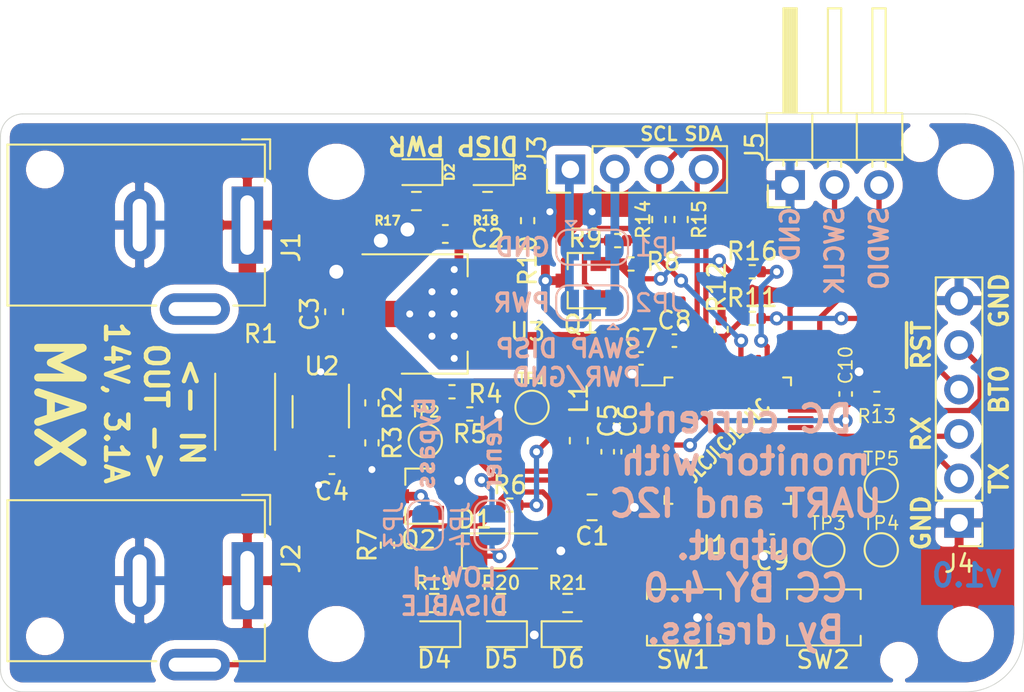
<source format=kicad_pcb>
(kicad_pcb (version 20171130) (host pcbnew 5.1.9-1.fc32)
  (title_block (title "Barrel Jack Power Monitor") (comment 3 "License: CC BY 4.0") (comment 4 "Author: David Reiss"))
  (layers (0 F.Cu signal) (31 B.Cu signal) (34 B.Paste user) (35 F.Paste user) (36 B.SilkS user) (37 F.SilkS user) (38 B.Mask user) (39 F.Mask user) (44 Edge.Cuts user))
  (net 0 "")
  (net 1 +3V3)
  (net 2 GND)
  (net 3 "Net-(D1-Pad1)")
  (net 4 "Net-(J1-Pad3)")
  (net 5 /VCC_DISPLAY)
  (net 6 /SCL)
  (net 7 /SDA)
  (net 8 /SWCLK)
  (net 9 /SWDIO)
  (net 10 /USART_TX)
  (net 11 /USART_RX)
  (net 12 "Net-(JP3-Pad1)")
  (net 13 /ADC_CURRENT)
  (net 14 /N_DISPLAY_ON)
  (net 15 /N_LOW_I)
  (net 16 /ADC_VOLTAGE)
  (net 17 "Net-(U1-Pad2)")
  (net 18 "Net-(U1-Pad3)")
  (net 19 "Net-(U1-Pad4)")
  (net 20 "Net-(U1-Pad5)")
  (net 21 "Net-(U1-Pad6)")
  (net 22 "Net-(U1-Pad12)")
  (net 23 "Net-(U1-Pad13)")
  (net 24 "Net-(U1-Pad14)")
  (net 25 "Net-(U1-Pad15)")
  (net 26 "Net-(U1-Pad22)")
  (net 27 "Net-(U1-Pad28)")
  (net 28 "Net-(U1-Pad29)")
  (net 29 "Net-(U1-Pad32)")
  (net 30 "Net-(U1-Pad33)")
  (net 31 "Net-(U1-Pad35)")
  (net 32 "Net-(U1-Pad36)")
  (net 33 "Net-(U1-Pad39)")
  (net 34 "Net-(U1-Pad40)")
  (net 35 "Net-(U1-Pad42)")
  (net 36 "Net-(U1-Pad43)")
  (net 37 /LOAD_PLUG)
  (net 38 /BOOT0_IN)
  (net 39 /DISPLAY_PIN_1)
  (net 40 /DISPLAY_PIN_2)
  (net 41 /VIN)
  (net 42 +3.3VA)
  (net 43 "Net-(SW1-Pad1)")
  (net 44 /VLOAD)
  (net 45 "Net-(SW2-Pad1)")
  (net 46 /LED_2)
  (net 47 "Net-(D2-Pad2)")
  (net 48 "Net-(D3-Pad2)")
  (net 49 "Net-(D4-Pad2)")
  (net 50 /LED_3)
  (net 51 "Net-(D5-Pad2)")
  (net 52 "Net-(D6-Pad2)")
  (net 53 "Net-(TP3-Pad1)")
  (net 54 "Net-(TP4-Pad1)")
  (net 55 "Net-(TP5-Pad1)")
  (net 56 "Net-(Q1-Pad1)")
  (net 57 "Net-(Q2-Pad1)")
  (net 58 "Net-(R11-Pad1)")
  (net 59 "Net-(R16-Pad2)")
  (net 60 /NRST_IN)
  (net 61 "Net-(C10-Pad1)")
  (module G-Switch:GT-TC029X-H0XX-L1N (layer F.Cu) (at 198.02 91)
    (fp_text reference SW2 (at -0.044 2.413) (layer F.SilkS))
    (fp_text value SW_Push)
    (pad 2 smd rect (at 2.225 0) (size 1.05 1.6) (layers F.Cu F.Paste F.Mask) (net 2 GND))
    (pad 1 smd rect (at -2.225 0) (size 1.05 1.6) (layers F.Cu F.Paste F.Mask) (net 45 "Net-(SW2-Pad1)"))
  )
  (module G-Switch:GT-TC029X-H0XX-L1N (layer F.Cu) (at 190.019 91)
    (fp_text reference SW1 (at -0.044 2.413) (layer F.SilkS))
    (fp_text value SW_Push)
    (pad 2 smd rect (at 2.225 0) (size 1.05 1.6) (layers F.Cu F.Paste F.Mask) (net 2 GND))
    (pad 1 smd rect (at -2.225 0) (size 1.05 1.6) (layers F.Cu F.Paste F.Mask) (net 43 "Net-(SW1-Pad1)"))
  )
  (module JLCPCB:JLCPCB-Tooling-Hole (layer F.Cu) (at 202.311 93.472)
    (fp_text reference H8 (at 0 0) (layer F.SilkS) (effects (font (size 0.5 0.5) (thickness 0.125))))
    (fp_text value MountingHole)
    (pad "" np_thru_hole circle (at 0 0) (size 1.152 1.152) (drill 1.152) (layers *.Cu *.Mask) (clearance 0.148))
  )
  (module JLCPCB:JLCPCB-Tooling-Hole (layer F.Cu) (at 203.5 63.9)
    (fp_text reference H7 (at 0 0) (layer F.SilkS) (effects (font (size 0.5 0.5) (thickness 0.125))))
    (fp_text value MountingHole)
    (pad "" np_thru_hole circle (at 0 0) (size 1.152 1.152) (drill 1.152) (layers *.Cu *.Mask) (clearance 0.148))
  )
  (module JLCPCB:JLCPCB-Tooling-Hole (layer F.Cu) (at 153.543 92.075)
    (fp_text reference H6 (at 0 0) (layer F.SilkS) (effects (font (size 0.5 0.5) (thickness 0.125))))
    (fp_text value MountingHole)
    (pad "" np_thru_hole circle (at 0 0) (size 1.152 1.152) (drill 1.152) (layers *.Cu *.Mask) (clearance 0.148))
  )
  (module JLCPCB:JLCPCB-Tooling-Hole (layer F.Cu) (at 153.543 65.405)
    (fp_text reference H5 (at 0 0) (layer F.SilkS) (effects (font (size 0.5 0.5) (thickness 0.125))))
    (fp_text value MountingHole)
    (pad "" np_thru_hole circle (at 0 0) (size 1.152 1.152) (drill 1.152) (layers *.Cu *.Mask) (clearance 0.148))
  )
  (module Capacitor_SMD:C_0805_2012Metric_Pad1.18x1.45mm_HandSolder (layer F.Cu) (at 184.785 84.709)
    (fp_text reference C1 (at 0 1.651) (layer F.SilkS))
    (fp_text value 10n)
    (pad 1 smd roundrect (at -1.0375 0) (size 1.175 1.45) (layers F.Cu F.Paste F.Mask) (roundrect_rratio 0.2127659574468085) (net 13 /ADC_CURRENT))
    (pad 2 smd roundrect (at 1.0375 0) (size 1.175 1.45) (layers F.Cu F.Paste F.Mask) (roundrect_rratio 0.2127659574468085) (net 2 GND))
  )
  (module Resistor_SMD:R_0402_1005Metric (layer F.Cu) (at 201.041 78.486 180)
    (fp_text reference R13 (at 0 -1.016) (layer F.SilkS) (effects (font (size 0.762 0.762) (thickness 0.1016))))
    (fp_text value 100R)
    (pad 2 smd roundrect (at 0.51 0 180) (size 0.54 0.64) (layers F.Cu F.Paste F.Mask) (net 61 "Net-(C10-Pad1)"))
    (pad 1 smd roundrect (at -0.51 0 180) (size 0.54 0.64) (layers F.Cu F.Paste F.Mask) (net 60 /NRST_IN))
  )
  (module Resistor_SMD:R_0402_1005Metric (layer F.Cu) (at 186.2455 69.469 180)
    (fp_text reference R9 (at 1.8415 0.127) (layer F.SilkS))
    (fp_text value 100)
    (pad 2 smd roundrect (at 0.51 0 180) (size 0.54 0.64) (layers F.Cu F.Paste F.Mask) (net 56 "Net-(Q1-Pad1)"))
    (pad 1 smd roundrect (at -0.51 0 180) (size 0.54 0.64) (layers F.Cu F.Paste F.Mask) (net 14 /N_DISPLAY_ON))
  )
  (module Resistor_SMD:R_0402_1005Metric (layer F.Cu) (at 173.101 86.868 270)
    (fp_text reference R7 (at 0 1.143 90) (layer F.SilkS))
    (fp_text value 100)
    (pad 2 smd roundrect (at 0.51 0 270) (size 0.54 0.64) (layers F.Cu F.Paste F.Mask) (net 15 /N_LOW_I))
    (pad 1 smd roundrect (at -0.51 0 270) (size 0.54 0.64) (layers F.Cu F.Paste F.Mask) (net 57 "Net-(Q2-Pad1)"))
  )
  (module Jumper:SolderJumper-2_P1.3mm_Open_RoundedPad1.0x1.5mm (layer B.Cu) (at 179.07 85.725 270)
    (fp_text reference JP4 (at 0 1.8 90) (layer B.SilkS) (effects (justify mirror)))
    (fp_text value SJ_NO)
    (pad 2 smd custom (at 0.65 0 270) (size 1 0.5) (layers B.Cu B.Mask) (net 3 "Net-(D1-Pad1)") (options (clearance outline) (anchor rect)) (primitives (gr_circle (center 0 -0.25) (end 0.5 -0.25) (width 0)) (gr_circle (center 0 0.25) (end 0.5 0.25) (width 0)) (gr_poly (pts (xy 0 0.75) (xy -0.5 0.75) (xy -0.5 -0.75) (xy 0 -0.75)) (width 0))))
    (pad 1 smd custom (at -0.65 0 270) (size 1 0.5) (layers B.Cu B.Mask) (net 13 /ADC_CURRENT) (options (clearance outline) (anchor rect)) (primitives (gr_circle (center 0 -0.25) (end 0.5 -0.25) (width 0)) (gr_circle (center 0 0.25) (end 0.5 0.25) (width 0)) (gr_poly (pts (xy 0 0.75) (xy 0.5 0.75) (xy 0.5 -0.75) (xy 0 -0.75)) (width 0))))
  )
  (module TestPoint:TestPoint_Pad_D1.5mm (layer F.Cu) (at 201.295 83.455)
    (fp_text reference TP5 (at 0 -1.521) (layer F.SilkS) (effects (font (size 0.762 0.762) (thickness 0.1016))))
    (fp_text value TestPoint)
    (pad 1 smd circle (at 0 0) (size 1.5 1.5) (layers F.Cu F.Mask) (net 55 "Net-(TP5-Pad1)"))
  )
  (module TestPoint:TestPoint_Pad_D1.5mm (layer F.Cu) (at 201.295 87.138)
    (fp_text reference TP4 (at 0 -1.521) (layer F.SilkS) (effects (font (size 0.762 0.762) (thickness 0.1016))))
    (fp_text value TestPoint)
    (pad 1 smd circle (at 0 0) (size 1.5 1.5) (layers F.Cu F.Mask) (net 54 "Net-(TP4-Pad1)"))
  )
  (module TestPoint:TestPoint_Pad_D1.5mm (layer F.Cu) (at 198.247 87.138)
    (fp_text reference TP3 (at 0 -1.521) (layer F.SilkS) (effects (font (size 0.762 0.762) (thickness 0.1016))))
    (fp_text value TestPoint)
    (pad 1 smd circle (at 0 0) (size 1.5 1.5) (layers F.Cu F.Mask) (net 53 "Net-(TP3-Pad1)"))
  )
  (module TestPoint:TestPoint_Pad_D1.5mm (layer F.Cu) (at 175.26 80.899)
    (fp_text reference TP2 (at 0 -1.648) (layer F.SilkS) (effects (font (size 0.6 0.6) (thickness 0.12))))
    (fp_text value TestPoint)
    (pad 1 smd circle (at 0 0) (size 1.5 1.5) (layers F.Cu F.Mask) (net 13 /ADC_CURRENT))
  )
  (module TestPoint:TestPoint_Pad_D1.5mm (layer F.Cu) (at 181.356 78.994)
    (fp_text reference TP1 (at 0 -1.648) (layer F.SilkS) (effects (font (size 0.6 0.6) (thickness 0.12))))
    (fp_text value TestPoint)
    (pad 1 smd circle (at 0 0) (size 1.5 1.5) (layers F.Cu F.Mask) (net 16 /ADC_VOLTAGE))
  )
  (module Resistor_SMD:R_0603_1608Metric_Pad0.98x0.95mm_HandSolder (layer F.Cu) (at 178.816 67.2084)
    (fp_text reference R18 (at -0.1016 1.1176) (layer F.SilkS) (effects (font (size 0.508 0.508) (thickness 0.127))))
    (fp_text value 10k)
    (pad 2 smd roundrect (at 0.9125 0) (size 0.975 0.95) (layers F.Cu F.Paste F.Mask) (net 5 /VCC_DISPLAY))
    (pad 1 smd roundrect (at -0.9125 0) (size 0.975 0.95) (layers F.Cu F.Paste F.Mask) (net 48 "Net-(D3-Pad2)"))
  )
  (module Resistor_SMD:R_0603_1608Metric_Pad0.98x0.95mm_HandSolder (layer F.Cu) (at 174.752 67.2084)
    (fp_text reference R17 (at -1.651 1.1176) (layer F.SilkS) (effects (font (size 0.508 0.508) (thickness 0.127))))
    (fp_text value 10k)
    (pad 2 smd roundrect (at 0.9125 0) (size 0.975 0.95) (layers F.Cu F.Paste F.Mask) (net 1 +3V3))
    (pad 1 smd roundrect (at -0.9125 0) (size 0.975 0.95) (layers F.Cu F.Paste F.Mask) (net 47 "Net-(D2-Pad2)"))
  )
  (module LED_SMD:LED_0603_1608Metric (layer F.Cu) (at 178.816 65.5574 180)
    (fp_text reference D3 (at -1.905 0 90) (layer F.SilkS) (effects (font (size 0.508 0.508) (thickness 0.127))))
    (fp_text value BLUE)
    (pad 2 smd roundrect (at 0.7875 0 180) (size 0.875 0.95) (layers F.Cu F.Paste F.Mask) (net 48 "Net-(D3-Pad2)"))
    (pad 1 smd roundrect (at -0.7875 0 180) (size 0.875 0.95) (layers F.Cu F.Paste F.Mask) (net 2 GND))
  )
  (module LED_SMD:LED_0603_1608Metric (layer F.Cu) (at 174.752 65.5574 180)
    (fp_text reference D2 (at -1.905 0 90) (layer F.SilkS) (effects (font (size 0.508 0.508) (thickness 0.127))))
    (fp_text value BLUE)
    (pad 2 smd roundrect (at 0.7875 0 180) (size 0.875 0.95) (layers F.Cu F.Paste F.Mask) (net 47 "Net-(D2-Pad2)"))
    (pad 1 smd roundrect (at -0.7875 0 180) (size 0.875 0.95) (layers F.Cu F.Paste F.Mask) (net 2 GND))
  )
  (module Resistor_SMD:R_0603_1608Metric_Pad0.98x0.95mm_HandSolder (layer F.Cu) (at 183.388 90.178)
    (fp_text reference R21 (at 0 -1.151) (layer F.SilkS) (effects (font (size 0.762 0.762) (thickness 0.127))))
    (fp_text value 10k)
    (pad 1 smd roundrect (at -0.9125 0) (size 0.975 0.95) (layers F.Cu F.Paste F.Mask) (net 50 /LED_3))
    (pad 2 smd roundrect (at 0.9125 0) (size 0.975 0.95) (layers F.Cu F.Paste F.Mask) (net 52 "Net-(D6-Pad2)"))
  )
  (module Resistor_SMD:R_0603_1608Metric_Pad0.98x0.95mm_HandSolder (layer F.Cu) (at 179.578 90.178 180)
    (fp_text reference R20 (at 0 1.151) (layer F.SilkS) (effects (font (size 0.762 0.762) (thickness 0.127))))
    (fp_text value 10k)
    (pad 1 smd roundrect (at -0.9125 0 180) (size 0.975 0.95) (layers F.Cu F.Paste F.Mask) (net 46 /LED_2))
    (pad 2 smd roundrect (at 0.9125 0 180) (size 0.975 0.95) (layers F.Cu F.Paste F.Mask) (net 51 "Net-(D5-Pad2)"))
  )
  (module Resistor_SMD:R_0603_1608Metric_Pad0.98x0.95mm_HandSolder (layer F.Cu) (at 175.768 90.178 180)
    (fp_text reference R19 (at 0 1.151) (layer F.SilkS) (effects (font (size 0.762 0.762) (thickness 0.127))))
    (fp_text value 10k)
    (pad 1 smd roundrect (at -0.9125 0 180) (size 0.975 0.95) (layers F.Cu F.Paste F.Mask) (net 1 +3V3))
    (pad 2 smd roundrect (at 0.9125 0 180) (size 0.975 0.95) (layers F.Cu F.Paste F.Mask) (net 49 "Net-(D4-Pad2)"))
  )
  (module Resistor_SMD:R_0402_1005Metric (layer F.Cu) (at 193.929 71.247)
    (fp_text reference R16 (at 0 -1.17) (layer F.SilkS))
    (fp_text value 10k)
    (pad 2 smd roundrect (at 0.51 0) (size 0.54 0.64) (layers F.Cu F.Paste F.Mask) (net 59 "Net-(R16-Pad2)"))
    (pad 1 smd roundrect (at -0.51 0) (size 0.54 0.64) (layers F.Cu F.Paste F.Mask) (net 1 +3V3))
  )
  (module LED_SMD:LED_0603_1608Metric (layer F.Cu) (at 183.388 91.956)
    (fp_text reference D6 (at 0 1.4224) (layer F.SilkS))
    (fp_text value GREEN)
    (pad 1 smd roundrect (at -0.7875 0) (size 0.875 0.95) (layers F.Cu F.Paste F.Mask) (net 2 GND))
    (pad 2 smd roundrect (at 0.7875 0) (size 0.875 0.95) (layers F.Cu F.Paste F.Mask) (net 52 "Net-(D6-Pad2)"))
  )
  (module LED_SMD:LED_0603_1608Metric (layer F.Cu) (at 179.578 91.956 180)
    (fp_text reference D5 (at 0 -1.43) (layer F.SilkS))
    (fp_text value YELLOW)
    (pad 1 smd roundrect (at -0.7875 0 180) (size 0.875 0.95) (layers F.Cu F.Paste F.Mask) (net 2 GND))
    (pad 2 smd roundrect (at 0.7875 0 180) (size 0.875 0.95) (layers F.Cu F.Paste F.Mask) (net 51 "Net-(D5-Pad2)"))
  )
  (module LED_SMD:LED_0603_1608Metric (layer F.Cu) (at 175.768 91.956 180)
    (fp_text reference D4 (at 0 -1.43) (layer F.SilkS))
    (fp_text value RED)
    (pad 1 smd roundrect (at -0.7875 0 180) (size 0.875 0.95) (layers F.Cu F.Paste F.Mask) (net 15 /N_LOW_I))
    (pad 2 smd roundrect (at 0.7875 0 180) (size 0.875 0.95) (layers F.Cu F.Paste F.Mask) (net 49 "Net-(D4-Pad2)"))
  )
  (module Inductor_SMD:L_0603_1608Metric (layer F.Cu) (at 184.023 80.899 270)
    (fp_text reference L1 (at -2.413 0 90) (layer F.SilkS))
    (fp_text value 22n)
    (pad 2 smd roundrect (at 0.7875 0 270) (size 0.875 0.95) (layers F.Cu F.Paste F.Mask) (net 42 +3.3VA))
    (pad 1 smd roundrect (at -0.7875 0 270) (size 0.875 0.95) (layers F.Cu F.Paste F.Mask) (net 1 +3V3))
  )
  (module Connector_BarrelJack:BarrelJack_Wuerth_6941xx301002 (layer F.Cu) (at 165.1 68.58 270)
    (fp_text reference J1 (at 1.27 -2.5 90) (layer F.SilkS))
    (fp_text value Barrel_Jack_Switch)
    (pad 3 thru_hole oval (at 4.8 3) (size 4 1.8) (drill oval 3 0.8) (layers *.Cu *.Mask) (net 4 "Net-(J1-Pad3)"))
    (pad 2 thru_hole oval (at 0 6.15 270) (size 4 1.8) (drill oval 3 0.8) (layers *.Cu *.Mask) (net 2 GND))
    (pad 1 thru_hole rect (at 0 0 270) (size 4.4 1.8) (drill oval 3.4 0.8) (layers *.Cu *.Mask) (net 41 /VIN))
  )
  (module Connector_BarrelJack:BarrelJack_Wuerth_6941xx301002 (layer F.Cu) (at 165.1 88.9 270)
    (fp_text reference J2 (at -1.27 -2.5 90) (layer F.SilkS))
    (fp_text value Barrel_Jack_Switch)
    (pad 1 thru_hole rect (at 0 0 270) (size 4.4 1.8) (drill oval 3.4 0.8) (layers *.Cu *.Mask) (net 44 /VLOAD))
    (pad 2 thru_hole oval (at 0 6.15 270) (size 4 1.8) (drill oval 3 0.8) (layers *.Cu *.Mask) (net 2 GND))
    (pad 3 thru_hole oval (at 4.8 3) (size 4 1.8) (drill oval 3 0.8) (layers *.Cu *.Mask) (net 37 /LOAD_PLUG))
  )
  (module Connector_PinHeader_2.54mm:PinHeader_1x03_P2.54mm_Horizontal (layer F.Cu) (at 196.088 66.294 90)
    (fp_text reference J5 (at 2.159 -2.032 90) (layer F.SilkS))
    (fp_text value Conn_01x03_Male)
    (pad 3 thru_hole oval (at 0 5.08 90) (size 1.7 1.7) (drill 1) (layers *.Cu *.Mask) (net 9 /SWDIO))
    (pad 2 thru_hole oval (at 0 2.54 90) (size 1.7 1.7) (drill 1) (layers *.Cu *.Mask) (net 8 /SWCLK))
    (pad 1 thru_hole rect (at 0 0 90) (size 1.7 1.7) (drill 1) (layers *.Cu *.Mask) (net 2 GND))
  )
  (module Connector_PinHeader_2.54mm:PinHeader_1x06_P2.54mm_Vertical (layer F.Cu) (at 205.74 85.598 180)
    (fp_text reference J4 (at 0 -2.33) (layer F.SilkS))
    (fp_text value Conn_01x06_Male)
    (pad 6 thru_hole oval (at 0 12.7 180) (size 1.7 1.7) (drill 1) (layers *.Cu *.Mask) (net 2 GND))
    (pad 5 thru_hole oval (at 0 10.16 180) (size 1.7 1.7) (drill 1) (layers *.Cu *.Mask) (net 60 /NRST_IN))
    (pad 4 thru_hole oval (at 0 7.62 180) (size 1.7 1.7) (drill 1) (layers *.Cu *.Mask) (net 38 /BOOT0_IN))
    (pad 3 thru_hole oval (at 0 5.08 180) (size 1.7 1.7) (drill 1) (layers *.Cu *.Mask) (net 11 /USART_RX))
    (pad 2 thru_hole oval (at 0 2.54 180) (size 1.7 1.7) (drill 1) (layers *.Cu *.Mask) (net 10 /USART_TX))
    (pad 1 thru_hole rect (at 0 0 180) (size 1.7 1.7) (drill 1) (layers *.Cu *.Mask) (net 2 GND))
  )
  (module MountingHole:MountingHole_2.2mm_M2 (layer F.Cu) (at 206.121 91.948)
    (fp_text reference H4 (at 0 -0.025) (layer F.SilkS))
    (fp_text value MountingHole)
    (pad 1 np_thru_hole circle (at 0 0) (size 2.2 2.2) (drill 2.2) (layers *.Cu *.Mask))
  )
  (module MountingHole:MountingHole_2.2mm_M2 (layer F.Cu) (at 206.121 65.532)
    (fp_text reference H3 (at 0 -0.025) (layer F.SilkS))
    (fp_text value MountingHole)
    (pad 1 np_thru_hole circle (at 0 0) (size 2.2 2.2) (drill 2.2) (layers *.Cu *.Mask))
  )
  (module MountingHole:MountingHole_2.2mm_M2 (layer F.Cu) (at 170.18 91.948)
    (fp_text reference H2 (at 0 -0.025) (layer F.SilkS))
    (fp_text value MountingHole)
    (pad 1 np_thru_hole circle (at 0 0) (size 2.2 2.2) (drill 2.2) (layers *.Cu *.Mask))
  )
  (module MountingHole:MountingHole_2.2mm_M2 (layer F.Cu) (at 170.18 65.532)
    (fp_text reference H1 (at 0 -0.025) (layer F.SilkS))
    (fp_text value MountingHole)
    (pad 1 np_thru_hole circle (at 0 0) (size 2.2 2.2) (drill 2.2) (layers *.Cu *.Mask))
  )
  (module Resistor_SMD:R_0402_1005Metric (layer F.Cu) (at 187.0055 70.8025)
    (fp_text reference R8 (at 1.8435 -0.127) (layer F.SilkS))
    (fp_text value 10k)
    (pad 1 smd roundrect (at -0.51 0) (size 0.54 0.64) (layers F.Cu F.Paste F.Mask) (net 1 +3V3))
    (pad 2 smd roundrect (at 0.51 0) (size 0.54 0.64) (layers F.Cu F.Paste F.Mask) (net 14 /N_DISPLAY_ON))
  )
  (module Capacitor_SMD:C_0402_1005Metric (layer F.Cu) (at 187.579 76.2 180)
    (fp_text reference C7 (at 0 1.143) (layer F.SilkS))
    (fp_text value 4u7)
    (pad 1 smd roundrect (at -0.48 0 180) (size 0.56 0.62) (layers F.Cu F.Paste F.Mask) (net 1 +3V3))
    (pad 2 smd roundrect (at 0.48 0 180) (size 0.56 0.62) (layers F.Cu F.Paste F.Mask) (net 2 GND))
  )
  (module Capacitor_SMD:C_0603_1608Metric (layer F.Cu) (at 176.403 69.088 180)
    (fp_text reference C2 (at -2.413 -0.254) (layer F.SilkS))
    (fp_text value 10u)
    (pad 1 smd roundrect (at -0.775 0 180) (size 0.9 0.95) (layers F.Cu F.Paste F.Mask) (net 1 +3V3))
    (pad 2 smd roundrect (at 0.775 0 180) (size 0.9 0.95) (layers F.Cu F.Paste F.Mask) (net 2 GND))
  )
  (module Resistor_SMD:R_0402_1005Metric (layer F.Cu) (at 172.212 81.026 270)
    (fp_text reference R3 (at 0 -1.17 90) (layer F.SilkS))
    (fp_text value "47k 1%")
    (pad 1 smd roundrect (at -0.51 0 270) (size 0.54 0.64) (layers F.Cu F.Paste F.Mask) (net 12 "Net-(JP3-Pad1)"))
    (pad 2 smd roundrect (at 0.51 0 270) (size 0.54 0.64) (layers F.Cu F.Paste F.Mask) (net 2 GND))
  )
  (module Resistor_SMD:R_0402_1005Metric (layer F.Cu) (at 192.151 74.549 90)
    (fp_text reference R12 (at 2.413 -0.254 90) (layer F.SilkS))
    (fp_text value 10k)
    (pad 1 smd roundrect (at -0.51 0 90) (size 0.54 0.64) (layers F.Cu F.Paste F.Mask) (net 58 "Net-(R11-Pad1)"))
    (pad 2 smd roundrect (at 0.51 0 90) (size 0.54 0.64) (layers F.Cu F.Paste F.Mask) (net 2 GND))
  )
  (module Capacitor_SMD:C_0402_1005Metric (layer F.Cu) (at 199.263 78.232 90)
    (fp_text reference C10 (at 1.651 0 90) (layer F.SilkS) (effects (font (size 0.762 0.762) (thickness 0.1016))))
    (fp_text value 100n)
    (pad 1 smd roundrect (at -0.48 0 90) (size 0.56 0.62) (layers F.Cu F.Paste F.Mask) (net 61 "Net-(C10-Pad1)"))
    (pad 2 smd roundrect (at 0.48 0 90) (size 0.56 0.62) (layers F.Cu F.Paste F.Mask) (net 2 GND))
  )
  (module Jumper:SolderJumper-3_P1.3mm_Bridged12_RoundedPad1.0x1.5mm (layer B.Cu) (at 184.785 69.85)
    (fp_text reference JP1 (at 3.81 0) (layer B.SilkS) (effects (justify mirror)))
    (fp_text value SJ_B2)
    (fp_poly (pts (xy -0.9 0.3) (xy -0.4 0.3) (xy -0.4 -0.3) (xy -0.9 -0.3)) (layer B.Cu) (width 0))
    (pad 3 smd custom (at 1.3 0) (size 1 0.5) (layers B.Cu B.Mask) (net 40 /DISPLAY_PIN_2) (options (clearance outline) (anchor rect)) (primitives (gr_circle (center 0 -0.25) (end 0.5 -0.25) (width 0)) (gr_circle (center 0 0.25) (end 0.5 0.25) (width 0)) (gr_poly (pts (xy -0.55 0.75) (xy 0 0.75) (xy 0 -0.75) (xy -0.55 -0.75)) (width 0))))
    (pad 2 smd rect (at 0 0) (size 1 1.5) (layers B.Cu B.Mask) (net 2 GND))
    (pad 1 smd custom (at -1.3 0) (size 1 0.5) (layers B.Cu B.Mask) (net 39 /DISPLAY_PIN_1) (options (clearance outline) (anchor rect)) (primitives (gr_circle (center 0 -0.25) (end 0.5 -0.25) (width 0)) (gr_circle (center 0 0.25) (end 0.5 0.25) (width 0)) (gr_poly (pts (xy 0.55 0.75) (xy 0 0.75) (xy 0 -0.75) (xy 0.55 -0.75)) (width 0))))
  )
  (module Resistor_SMD:R_0402_1005Metric (layer F.Cu) (at 193.929 73.914)
    (fp_text reference R11 (at 0 -1.17) (layer F.SilkS))
    (fp_text value 100R)
    (pad 1 smd roundrect (at -0.51 0) (size 0.54 0.64) (layers F.Cu F.Paste F.Mask) (net 58 "Net-(R11-Pad1)"))
    (pad 2 smd roundrect (at 0.51 0) (size 0.54 0.64) (layers F.Cu F.Paste F.Mask) (net 38 /BOOT0_IN))
  )
  (module Package_TO_SOT_SMD:SOT-23-5 (layer F.Cu) (at 169.291 79.248 270)
    (fp_text reference U2 (at -2.605 -0.06) (layer F.SilkS))
    (fp_text value INA139)
    (pad 1 smd rect (at -1.1 -0.95 270) (size 1.06 0.65) (layers F.Cu F.Paste F.Mask) (net 13 /ADC_CURRENT))
    (pad 2 smd rect (at -1.1 0 270) (size 1.06 0.65) (layers F.Cu F.Paste F.Mask) (net 2 GND))
    (pad 3 smd rect (at -1.1 0.95 270) (size 1.06 0.65) (layers F.Cu F.Paste F.Mask) (net 41 /VIN))
    (pad 4 smd rect (at 1.1 0.95 270) (size 1.06 0.65) (layers F.Cu F.Paste F.Mask) (net 44 /VLOAD))
    (pad 5 smd rect (at 1.1 -0.95 270) (size 1.06 0.65) (layers F.Cu F.Paste F.Mask) (net 41 /VIN))
  )
  (module Package_TO_SOT_SMD:SOT-23 (layer F.Cu) (at 184.15 71.755 180)
    (fp_text reference Q1 (at 0 -2.5) (layer F.SilkS))
    (fp_text value AO3401A)
    (pad 3 smd rect (at 1 0 180) (size 0.9 0.8) (layers F.Cu F.Paste F.Mask) (net 5 /VCC_DISPLAY))
    (pad 2 smd rect (at -1 0.95 180) (size 0.9 0.8) (layers F.Cu F.Paste F.Mask) (net 1 +3V3))
    (pad 1 smd rect (at -1 -0.95 180) (size 0.9 0.8) (layers F.Cu F.Paste F.Mask) (net 56 "Net-(Q1-Pad1)"))
  )
  (module Resistor_SMD:R_0402_1005Metric (layer F.Cu) (at 180.086 84.582 180)
    (fp_text reference R6 (at 0 1.143) (layer F.SilkS))
    (fp_text value 47k)
    (pad 2 smd roundrect (at 0.51 0 180) (size 0.54 0.64) (layers F.Cu F.Paste F.Mask) (net 15 /N_LOW_I))
    (pad 1 smd roundrect (at -0.51 0 180) (size 0.54 0.64) (layers F.Cu F.Paste F.Mask) (net 1 +3V3))
  )
  (module Capacitor_SMD:C_0402_1005Metric (layer F.Cu) (at 186.817 81.534 90)
    (fp_text reference C6 (at 1.778 0 90) (layer F.SilkS))
    (fp_text value 10n)
    (pad 2 smd roundrect (at 0.48 0 90) (size 0.56 0.62) (layers F.Cu F.Paste F.Mask) (net 2 GND))
    (pad 1 smd roundrect (at -0.48 0 90) (size 0.56 0.62) (layers F.Cu F.Paste F.Mask) (net 42 +3.3VA))
  )
  (module Resistor_SMD:R_0402_1005Metric (layer F.Cu) (at 177.8 79.375)
    (fp_text reference R5 (at 0 1.143) (layer F.SilkS))
    (fp_text value "2k2 1%")
    (pad 1 smd roundrect (at -0.51 0) (size 0.54 0.64) (layers F.Cu F.Paste F.Mask) (net 16 /ADC_VOLTAGE))
    (pad 2 smd roundrect (at 0.51 0) (size 0.54 0.64) (layers F.Cu F.Paste F.Mask) (net 2 GND))
  )
  (module Jumper:SolderJumper-2_P1.3mm_Open_RoundedPad1.0x1.5mm (layer B.Cu) (at 175.26 85.725 270)
    (fp_text reference JP3 (at 0 1.8 90) (layer B.SilkS) (effects (justify mirror)))
    (fp_text value SJ_NO)
    (pad 1 smd custom (at -0.65 0 270) (size 1 0.5) (layers B.Cu B.Mask) (net 12 "Net-(JP3-Pad1)") (options (clearance outline) (anchor rect)) (primitives (gr_circle (center 0 -0.25) (end 0.5 -0.25) (width 0)) (gr_circle (center 0 0.25) (end 0.5 0.25) (width 0)) (gr_poly (pts (xy 0 0.75) (xy 0.5 0.75) (xy 0.5 -0.75) (xy 0 -0.75)) (width 0))))
    (pad 2 smd custom (at 0.65 0 270) (size 1 0.5) (layers B.Cu B.Mask) (net 2 GND) (options (clearance outline) (anchor rect)) (primitives (gr_circle (center 0 -0.25) (end 0.5 -0.25) (width 0)) (gr_circle (center 0 0.25) (end 0.5 0.25) (width 0)) (gr_poly (pts (xy 0 0.75) (xy -0.5 0.75) (xy -0.5 -0.75) (xy 0 -0.75)) (width 0))))
  )
  (module Package_TO_SOT_SMD:SOT-23 (layer F.Cu) (at 174.879 84.074 180)
    (fp_text reference Q2 (at 0 -2.5) (layer F.SilkS))
    (fp_text value 2N7002)
    (pad 1 smd rect (at -1 -0.95 180) (size 0.9 0.8) (layers F.Cu F.Paste F.Mask) (net 57 "Net-(Q2-Pad1)"))
    (pad 2 smd rect (at -1 0.95 180) (size 0.9 0.8) (layers F.Cu F.Paste F.Mask) (net 2 GND))
    (pad 3 smd rect (at 1 0 180) (size 0.9 0.8) (layers F.Cu F.Paste F.Mask) (net 12 "Net-(JP3-Pad1)"))
  )
  (module Connector_PinHeader_2.54mm:PinHeader_1x04_P2.54mm_Vertical (layer F.Cu) (at 183.54 65.401 90)
    (fp_text reference J3 (at 1.0882 -1.9046 270) (layer F.SilkS))
    (fp_text value Conn_01x04_Male)
    (pad 1 thru_hole rect (at 0 0 90) (size 1.7 1.7) (drill 1) (layers *.Cu *.Mask) (net 39 /DISPLAY_PIN_1))
    (pad 2 thru_hole oval (at 0 2.54 90) (size 1.7 1.7) (drill 1) (layers *.Cu *.Mask) (net 40 /DISPLAY_PIN_2))
    (pad 3 thru_hole oval (at 0 5.08 90) (size 1.7 1.7) (drill 1) (layers *.Cu *.Mask) (net 6 /SCL))
    (pad 4 thru_hole oval (at 0 7.62 90) (size 1.7 1.7) (drill 1) (layers *.Cu *.Mask) (net 7 /SDA))
  )
  (module Resistor_SMD:R_0402_1005Metric (layer F.Cu) (at 181.102 68.326 90)
    (fp_text reference R10 (at -2.286 0 90) (layer F.SilkS))
    (fp_text value 10k)
    (pad 2 smd roundrect (at 0.51 0 90) (size 0.54 0.64) (layers F.Cu F.Paste F.Mask) (net 2 GND))
    (pad 1 smd roundrect (at -0.51 0 90) (size 0.54 0.64) (layers F.Cu F.Paste F.Mask) (net 5 /VCC_DISPLAY))
  )
  (module Jumper:SolderJumper-3_P1.3mm_Bridged12_RoundedPad1.0x1.5mm (layer B.Cu) (at 184.785 73.025 180)
    (fp_text reference JP2 (at -3.81 0) (layer B.SilkS) (effects (justify mirror)))
    (fp_text value SJ_B2)
    (fp_poly (pts (xy -0.9 0.3) (xy -0.4 0.3) (xy -0.4 -0.3) (xy -0.9 -0.3)) (layer B.Cu) (width 0))
    (pad 1 smd custom (at -1.3 0 180) (size 1 0.5) (layers B.Cu B.Mask) (net 40 /DISPLAY_PIN_2) (options (clearance outline) (anchor rect)) (primitives (gr_circle (center 0 -0.25) (end 0.5 -0.25) (width 0)) (gr_circle (center 0 0.25) (end 0.5 0.25) (width 0)) (gr_poly (pts (xy 0.55 0.75) (xy 0 0.75) (xy 0 -0.75) (xy 0.55 -0.75)) (width 0))))
    (pad 2 smd rect (at 0 0 180) (size 1 1.5) (layers B.Cu B.Mask) (net 5 /VCC_DISPLAY))
    (pad 3 smd custom (at 1.3 0 180) (size 1 0.5) (layers B.Cu B.Mask) (net 39 /DISPLAY_PIN_1) (options (clearance outline) (anchor rect)) (primitives (gr_circle (center 0 -0.25) (end 0.5 -0.25) (width 0)) (gr_circle (center 0 0.25) (end 0.5 0.25) (width 0)) (gr_poly (pts (xy -0.55 0.75) (xy 0 0.75) (xy 0 -0.75) (xy -0.55 -0.75)) (width 0))))
  )
  (module Package_TO_SOT_SMD:SOT-223-3_TabPin2 (layer F.Cu) (at 175.768 73.66)
    (fp_text reference U3 (at 5.334 1.016) (layer F.SilkS))
    (fp_text value LD1117S33TR_SOT223)
    (pad 2 smd rect (at 3.15 0) (size 2 3.8) (layers F.Cu F.Paste F.Mask) (net 1 +3V3))
    (pad 2 smd rect (at -3.15 0) (size 2 1.5) (layers F.Cu F.Paste F.Mask) (net 1 +3V3))
    (pad 3 smd rect (at -3.15 2.3) (size 2 1.5) (layers F.Cu F.Paste F.Mask) (net 41 /VIN))
    (pad 1 smd rect (at -3.15 -2.3) (size 2 1.5) (layers F.Cu F.Paste F.Mask) (net 2 GND))
  )
  (module Resistor_SMD:R_0402_1005Metric (layer F.Cu) (at 188.595 68.2625 90)
    (fp_text reference R14 (at 0 -0.895 90) (layer F.SilkS) (effects (font (size 0.762 0.762) (thickness 0.127))))
    (fp_text value 4k7)
    (pad 2 smd roundrect (at 0.51 0 90) (size 0.54 0.64) (layers F.Cu F.Paste F.Mask) (net 6 /SCL))
    (pad 1 smd roundrect (at -0.51 0 90) (size 0.54 0.64) (layers F.Cu F.Paste F.Mask) (net 5 /VCC_DISPLAY))
  )
  (module Capacitor_SMD:C_0402_1005Metric (layer F.Cu) (at 195.072 86.614 180)
    (fp_text reference C9 (at 0 -1.16) (layer F.SilkS))
    (fp_text value 100n)
    (pad 1 smd roundrect (at -0.48 0 180) (size 0.56 0.62) (layers F.Cu F.Paste F.Mask) (net 1 +3V3))
    (pad 2 smd roundrect (at 0.48 0 180) (size 0.56 0.62) (layers F.Cu F.Paste F.Mask) (net 2 GND))
  )
  (module Diode_SMD:D_MiniMELF (layer F.Cu) (at 179.9 87.2)
    (fp_text reference D1 (at -1.8 -1.8) (layer F.SilkS))
    (fp_text value 4V7)
    (pad 2 smd rect (at 1.75 0) (size 1.3 1.7) (layers F.Cu F.Paste F.Mask) (net 2 GND))
    (pad 1 smd rect (at -1.75 0) (size 1.3 1.7) (layers F.Cu F.Paste F.Mask) (net 3 "Net-(D1-Pad1)"))
  )
  (module Resistor_SMD:R_0402_1005Metric (layer F.Cu) (at 189.865 68.2625 90)
    (fp_text reference R15 (at 0 1.035 90) (layer F.SilkS) (effects (font (size 0.762 0.762) (thickness 0.127))))
    (fp_text value 4k7)
    (pad 1 smd roundrect (at -0.51 0 90) (size 0.54 0.64) (layers F.Cu F.Paste F.Mask) (net 5 /VCC_DISPLAY))
    (pad 2 smd roundrect (at 0.51 0 90) (size 0.54 0.64) (layers F.Cu F.Paste F.Mask) (net 7 /SDA))
  )
  (module Package_QFP:LQFP-48_7x7mm_P0.5mm (layer F.Cu) (at 192.532 80.899)
    (fp_text reference U1 (at -1.016 5.969) (layer F.SilkS))
    (fp_text value STM32F030C8Tx)
    (pad 1 smd roundrect (at -4.1625 -2.75) (size 1.475 0.3) (layers F.Cu F.Paste F.Mask) (net 1 +3V3))
    (pad 2 smd roundrect (at -4.1625 -2.25) (size 1.475 0.3) (layers F.Cu F.Paste F.Mask) (net 17 "Net-(U1-Pad2)"))
    (pad 3 smd roundrect (at -4.1625 -1.75) (size 1.475 0.3) (layers F.Cu F.Paste F.Mask) (net 18 "Net-(U1-Pad3)"))
    (pad 4 smd roundrect (at -4.1625 -1.25) (size 1.475 0.3) (layers F.Cu F.Paste F.Mask) (net 19 "Net-(U1-Pad4)"))
    (pad 5 smd roundrect (at -4.1625 -0.75) (size 1.475 0.3) (layers F.Cu F.Paste F.Mask) (net 20 "Net-(U1-Pad5)"))
    (pad 6 smd roundrect (at -4.1625 -0.25) (size 1.475 0.3) (layers F.Cu F.Paste F.Mask) (net 21 "Net-(U1-Pad6)"))
    (pad 7 smd roundrect (at -4.1625 0.25) (size 1.475 0.3) (layers F.Cu F.Paste F.Mask) (net 61 "Net-(C10-Pad1)"))
    (pad 8 smd roundrect (at -4.1625 0.75) (size 1.475 0.3) (layers F.Cu F.Paste F.Mask) (net 2 GND))
    (pad 9 smd roundrect (at -4.1625 1.25) (size 1.475 0.3) (layers F.Cu F.Paste F.Mask) (net 42 +3.3VA))
    (pad 10 smd roundrect (at -4.1625 1.75) (size 1.475 0.3) (layers F.Cu F.Paste F.Mask) (net 16 /ADC_VOLTAGE))
    (pad 11 smd roundrect (at -4.1625 2.25) (size 1.475 0.3) (layers F.Cu F.Paste F.Mask) (net 13 /ADC_CURRENT))
    (pad 12 smd roundrect (at -4.1625 2.75) (size 1.475 0.3) (layers F.Cu F.Paste F.Mask) (net 22 "Net-(U1-Pad12)"))
    (pad 13 smd roundrect (at -2.75 4.1625) (size 0.3 1.475) (layers F.Cu F.Paste F.Mask) (net 23 "Net-(U1-Pad13)"))
    (pad 14 smd roundrect (at -2.25 4.1625) (size 0.3 1.475) (layers F.Cu F.Paste F.Mask) (net 24 "Net-(U1-Pad14)"))
    (pad 15 smd roundrect (at -1.75 4.1625) (size 0.3 1.475) (layers F.Cu F.Paste F.Mask) (net 25 "Net-(U1-Pad15)"))
    (pad 16 smd roundrect (at -1.25 4.1625) (size 0.3 1.475) (layers F.Cu F.Paste F.Mask) (net 15 /N_LOW_I))
    (pad 17 smd roundrect (at -0.75 4.1625) (size 0.3 1.475) (layers F.Cu F.Paste F.Mask) (net 46 /LED_2))
    (pad 18 smd roundrect (at -0.25 4.1625) (size 0.3 1.475) (layers F.Cu F.Paste F.Mask) (net 50 /LED_3))
    (pad 19 smd roundrect (at 0.25 4.1625) (size 0.3 1.475) (layers F.Cu F.Paste F.Mask) (net 43 "Net-(SW1-Pad1)"))
    (pad 20 smd roundrect (at 0.75 4.1625) (size 0.3 1.475) (layers F.Cu F.Paste F.Mask) (net 45 "Net-(SW2-Pad1)"))
    (pad 21 smd roundrect (at 1.25 4.1625) (size 0.3 1.475) (layers F.Cu F.Paste F.Mask) (net 37 /LOAD_PLUG))
    (pad 22 smd roundrect (at 1.75 4.1625) (size 0.3 1.475) (layers F.Cu F.Paste F.Mask) (net 26 "Net-(U1-Pad22)"))
    (pad 23 smd roundrect (at 2.25 4.1625) (size 0.3 1.475) (layers F.Cu F.Paste F.Mask) (net 2 GND))
    (pad 24 smd roundrect (at 2.75 4.1625) (size 0.3 1.475) (layers F.Cu F.Paste F.Mask) (net 1 +3V3))
    (pad 25 smd roundrect (at 4.1625 2.75) (size 1.475 0.3) (layers F.Cu F.Paste F.Mask) (net 53 "Net-(TP3-Pad1)"))
    (pad 26 smd roundrect (at 4.1625 2.25) (size 1.475 0.3) (layers F.Cu F.Paste F.Mask) (net 54 "Net-(TP4-Pad1)"))
    (pad 27 smd roundrect (at 4.1625 1.75) (size 1.475 0.3) (layers F.Cu F.Paste F.Mask) (net 55 "Net-(TP5-Pad1)"))
    (pad 28 smd roundrect (at 4.1625 1.25) (size 1.475 0.3) (layers F.Cu F.Paste F.Mask) (net 27 "Net-(U1-Pad28)"))
    (pad 29 smd roundrect (at 4.1625 0.75) (size 1.475 0.3) (layers F.Cu F.Paste F.Mask) (net 28 "Net-(U1-Pad29)"))
    (pad 30 smd roundrect (at 4.1625 0.25) (size 1.475 0.3) (layers F.Cu F.Paste F.Mask) (net 10 /USART_TX))
    (pad 31 smd roundrect (at 4.1625 -0.25) (size 1.475 0.3) (layers F.Cu F.Paste F.Mask) (net 11 /USART_RX))
    (pad 32 smd roundrect (at 4.1625 -0.75) (size 1.475 0.3) (layers F.Cu F.Paste F.Mask) (net 29 "Net-(U1-Pad32)"))
    (pad 33 smd roundrect (at 4.1625 -1.25) (size 1.475 0.3) (layers F.Cu F.Paste F.Mask) (net 30 "Net-(U1-Pad33)"))
    (pad 34 smd roundrect (at 4.1625 -1.75) (size 1.475 0.3) (layers F.Cu F.Paste F.Mask) (net 9 /SWDIO))
    (pad 35 smd roundrect (at 4.1625 -2.25) (size 1.475 0.3) (layers F.Cu F.Paste F.Mask) (net 31 "Net-(U1-Pad35)"))
    (pad 36 smd roundrect (at 4.1625 -2.75) (size 1.475 0.3) (layers F.Cu F.Paste F.Mask) (net 32 "Net-(U1-Pad36)"))
    (pad 37 smd roundrect (at 2.75 -4.1625) (size 0.3 1.475) (layers F.Cu F.Paste F.Mask) (net 8 /SWCLK))
    (pad 38 smd roundrect (at 2.25 -4.1625) (size 0.3 1.475) (layers F.Cu F.Paste F.Mask) (net 59 "Net-(R16-Pad2)"))
    (pad 39 smd roundrect (at 1.75 -4.1625) (size 0.3 1.475) (layers F.Cu F.Paste F.Mask) (net 33 "Net-(U1-Pad39)"))
    (pad 40 smd roundrect (at 1.25 -4.1625) (size 0.3 1.475) (layers F.Cu F.Paste F.Mask) (net 34 "Net-(U1-Pad40)"))
    (pad 41 smd roundrect (at 0.75 -4.1625) (size 0.3 1.475) (layers F.Cu F.Paste F.Mask) (net 14 /N_DISPLAY_ON))
    (pad 42 smd roundrect (at 0.25 -4.1625) (size 0.3 1.475) (layers F.Cu F.Paste F.Mask) (net 35 "Net-(U1-Pad42)"))
    (pad 43 smd roundrect (at -0.25 -4.1625) (size 0.3 1.475) (layers F.Cu F.Paste F.Mask) (net 36 "Net-(U1-Pad43)"))
    (pad 44 smd roundrect (at -0.75 -4.1625) (size 0.3 1.475) (layers F.Cu F.Paste F.Mask) (net 58 "Net-(R11-Pad1)"))
    (pad 45 smd roundrect (at -1.25 -4.1625) (size 0.3 1.475) (layers F.Cu F.Paste F.Mask) (net 6 /SCL))
    (pad 46 smd roundrect (at -1.75 -4.1625) (size 0.3 1.475) (layers F.Cu F.Paste F.Mask) (net 7 /SDA))
    (pad 47 smd roundrect (at -2.25 -4.1625) (size 0.3 1.475) (layers F.Cu F.Paste F.Mask) (net 2 GND))
    (pad 48 smd roundrect (at -2.75 -4.1625) (size 0.3 1.475) (layers F.Cu F.Paste F.Mask) (net 1 +3V3))
  )
  (module Capacitor_SMD:C_0603_1608Metric (layer F.Cu) (at 170.053 73.533 90)
    (fp_text reference C3 (at -0.127 -1.397 90) (layer F.SilkS))
    (fp_text value "100n 25V")
    (pad 2 smd roundrect (at 0.775 0 90) (size 0.9 0.95) (layers F.Cu F.Paste F.Mask) (net 2 GND))
    (pad 1 smd roundrect (at -0.775 0 90) (size 0.9 0.95) (layers F.Cu F.Paste F.Mask) (net 41 /VIN))
  )
  (module Capacitor_SMD:C_0603_1608Metric (layer F.Cu) (at 169.926 82.296 180)
    (fp_text reference C4 (at 0 -1.5) (layer F.SilkS))
    (fp_text value "100n 25V")
    (pad 1 smd roundrect (at -0.775 0 180) (size 0.9 0.95) (layers F.Cu F.Paste F.Mask) (net 41 /VIN))
    (pad 2 smd roundrect (at 0.775 0 180) (size 0.9 0.95) (layers F.Cu F.Paste F.Mask) (net 2 GND))
  )
  (module Resistor_SMD:R_0402_1005Metric (layer F.Cu) (at 172.212 78.74 270)
    (fp_text reference R2 (at 0 -1.17 90) (layer F.SilkS))
    (fp_text value "10k 1%")
    (pad 2 smd roundrect (at 0.51 0 270) (size 0.54 0.64) (layers F.Cu F.Paste F.Mask) (net 12 "Net-(JP3-Pad1)"))
    (pad 1 smd roundrect (at -0.51 0 270) (size 0.54 0.64) (layers F.Cu F.Paste F.Mask) (net 13 /ADC_CURRENT))
  )
  (module Resistor_SMD:R_2512_6332Metric (layer F.Cu) (at 164.973 79.248 270)
    (fp_text reference R1 (at -4.445 -0.889 180) (layer F.SilkS))
    (fp_text value "R100 1%")
    (pad 2 smd roundrect (at 2.9625 0 270) (size 1.225 3.35) (layers F.Cu F.Paste F.Mask) (roundrect_rratio 0.2040808163265306) (net 44 /VLOAD))
    (pad 1 smd roundrect (at -2.9625 0 270) (size 1.225 3.35) (layers F.Cu F.Paste F.Mask) (roundrect_rratio 0.2040808163265306) (net 41 /VIN))
  )
  (module Capacitor_SMD:C_0402_1005Metric (layer F.Cu) (at 189.484 75.184)
    (fp_text reference C8 (at 0 -1.16) (layer F.SilkS))
    (fp_text value 100n)
    (pad 2 smd roundrect (at 0.48 0) (size 0.56 0.62) (layers F.Cu F.Paste F.Mask) (net 2 GND))
    (pad 1 smd roundrect (at -0.48 0) (size 0.56 0.62) (layers F.Cu F.Paste F.Mask) (net 1 +3V3))
  )
  (module Resistor_SMD:R_0402_1005Metric (layer F.Cu) (at 176.784 78.105)
    (fp_text reference R4 (at 1.905 0.127) (layer F.SilkS))
    (fp_text value "10k 1%")
    (pad 2 smd roundrect (at 0.51 0) (size 0.54 0.64) (layers F.Cu F.Paste F.Mask) (net 16 /ADC_VOLTAGE))
    (pad 1 smd roundrect (at -0.51 0) (size 0.54 0.64) (layers F.Cu F.Paste F.Mask) (net 41 /VIN))
  )
  (module Capacitor_SMD:C_0402_1005Metric (layer F.Cu) (at 185.674 81.534 90)
    (fp_text reference C5 (at 1.778 0 90) (layer F.SilkS))
    (fp_text value 1u)
    (pad 1 smd roundrect (at -0.48 0 90) (size 0.56 0.62) (layers F.Cu F.Paste F.Mask) (net 42 +3.3VA))
    (pad 2 smd roundrect (at 0.48 0 90) (size 0.56 0.62) (layers F.Cu F.Paste F.Mask) (net 2 GND))
  )
  (gr_arc (start 206.121 91.948) (end 206.121 95.25) (angle -90) (layer Edge.Cuts) (width 0.05))
  (gr_arc (start 206.121 65.532) (end 209.423 65.532) (angle -90) (layer Edge.Cuts) (width 0.05))
  (gr_arc (start 152.273 93.98) (end 151.003 93.98) (angle -90) (layer Edge.Cuts) (width 0.05))
  (gr_arc (start 152.273 63.5) (end 152.273 62.23) (angle -90) (layer Edge.Cuts) (width 0.05))
  (gr_text v1.0 (at 206.2 88.6) (layer B.Cu) (effects (font (size 1.27 1.27) (thickness 0.254)) (justify mirror)))
  (gr_text "DC current\nmonitor with\nUART and I2C\noutput.\nCC BY 4.0\nBy dreiss." (at 193.548 85.7) (layer B.SilkS) (effects (font (size 1.5 1.5) (thickness 0.3)) (justify mirror)))
  (gr_text JLCJLCJLCJLC (at 192.532 80.899 45) (layer F.SilkS) (effects (font (size 0.8 0.6))))
  (gr_text "SCL\n" (at 188.595 63.373) (layer F.SilkS) (effects (font (size 0.762 0.762) (thickness 0.1524))))
  (gr_text SDA (at 191.135 63.373) (layer F.SilkS) (effects (font (size 0.762 0.762) (thickness 0.1524))))
  (gr_text "LOW-I\nDISABLE" (at 176.911 89.535) (layer B.SilkS) (effects (font (size 1.016 1.016) (thickness 0.2032)) (justify mirror)))
  (gr_text Zener (at 179.07 83.82 90) (layer B.SilkS) (effects (font (size 1.016 1.016) (thickness 0.2032)) (justify right mirror)))
  (gr_text Bypass (at 175.26 83.82 90) (layer B.SilkS) (effects (font (size 1.016 1.016) (thickness 0.2032)) (justify right mirror)))
  (gr_text "SWAP DISP\nPWR/GND" (at 187.706 76.454) (layer B.SilkS) (effects (font (size 1.016 1.016) (thickness 0.2032)) (justify left mirror)))
  (gr_text PWR (at 182.499 73.025) (layer B.SilkS) (effects (font (size 1.016 1.016) (thickness 0.2032)) (justify left mirror)))
  (gr_text GND (at 182.499 69.85) (layer B.SilkS) (effects (font (size 1.016 1.016) (thickness 0.2032)) (justify left mirror)))
  (gr_text MAX (at 154.305 78.74 -90) (layer F.SilkS) (effects (font (size 2.54 2.54) (thickness 0.4572))))
  (gr_text "14V, 3.1A" (at 157.607 78.74 -90) (layer F.SilkS) (effects (font (size 1.27 1.27) (thickness 0.254))))
  (gr_text "<- IN\nOUT ->" (at 160.909 79.248 -90) (layer F.SilkS) (effects (font (size 1.27 1.27) (thickness 0.254))))
  (gr_text "GND\n" (at 203.581 85.598 90) (layer F.SilkS) (effects (font (size 1.016 1.016) (thickness 0.2032))))
  (gr_text TX (at 208.026 83.058 90) (layer F.SilkS) (effects (font (size 1.016 1.016) (thickness 0.2032))))
  (gr_text RX (at 203.581 80.518 90) (layer F.SilkS) (effects (font (size 1.016 1.016) (thickness 0.2032))))
  (gr_text ~RST (at 203.581 75.438 90) (layer F.SilkS) (effects (font (size 1.016 1.016) (thickness 0.2032))))
  (gr_text BT0 (at 208.026 77.978 90) (layer F.SilkS) (effects (font (size 1.016 1.016) (thickness 0.2032))))
  (gr_text "GND\n" (at 208.026 72.898 90) (layer F.SilkS) (effects (font (size 1.016 1.016) (thickness 0.2032))))
  (gr_text GND (at 196.088 67.437 90) (layer B.SilkS) (effects (font (size 1.016 1.016) (thickness 0.2032)) (justify left mirror)))
  (gr_text "SWDIO\n" (at 201.168 67.437 90) (layer B.SilkS) (effects (font (size 1.016 1.016) (thickness 0.2032)) (justify left mirror)))
  (gr_text SWCLK (at 198.628 67.437 90) (layer B.SilkS) (effects (font (size 1.016 1.016) (thickness 0.2032)) (justify left mirror)))
  (gr_text DISP (at 178.816 64.0334 180) (layer F.SilkS) (effects (font (size 1.016 1.016) (thickness 0.2032))))
  (gr_text PWR (at 174.752 64.0334 180) (layer F.SilkS) (effects (font (size 1.016 1.016) (thickness 0.2032))))
  (gr_line (start 206.121 95.25) (end 152.273 95.25) (layer Edge.Cuts) (width 0.05))
  (gr_line (start 209.423 65.532) (end 209.423 91.948) (layer Edge.Cuts) (width 0.05))
  (gr_line (start 152.273 62.23) (end 206.121 62.23) (layer Edge.Cuts) (width 0.05))
  (gr_line (start 151.003 93.98) (end 151.003 63.5) (layer Edge.Cuts) (width 0.05))
  (via (at 174.371 73.66) (size 0.8) (drill 0.4) (layers F.Cu B.Cu) (net 1))
  (via (at 175.641 73.66) (size 0.8) (drill 0.4) (layers F.Cu B.Cu) (net 1))
  (via (at 176.911 73.66) (size 0.8) (drill 0.4) (layers F.Cu B.Cu) (net 1))
  (via (at 175.641 72.39) (size 0.8) (drill 0.4) (layers F.Cu B.Cu) (net 1))
  (via (at 176.911 72.39) (size 0.8) (drill 0.4) (layers F.Cu B.Cu) (net 1))
  (via (at 176.911 71.12) (size 0.8) (drill 0.4) (layers F.Cu B.Cu) (net 1))
  (via (at 175.641 74.93) (size 0.8) (drill 0.4) (layers F.Cu B.Cu) (net 1))
  (via (at 176.911 74.93) (size 0.8) (drill 0.4) (layers F.Cu B.Cu) (net 1))
  (via (at 176.911 76.2) (size 0.8) (drill 0.4) (layers F.Cu B.Cu) (net 1))
  (segment (start 178.918 73.66) (end 178.918 75.0065) (width 1) (layer F.Cu) (net 1))
  (segment (start 189.004 75.255) (end 188.059 76.2) (width 0.5) (layer F.Cu) (net 1))
  (segment (start 189.004 75.184) (end 189.004 75.255) (width 0.5) (layer F.Cu) (net 1))
  (segment (start 189.004 76.05851) (end 189.68199 76.7365) (width 0.5) (layer F.Cu) (net 1))
  (segment (start 178.918 73.66) (end 180.44799 75.18999) (width 1) (layer F.Cu) (net 1))
  (segment (start 188.059 75.89) (end 188.059 76.2) (width 0.5) (layer F.Cu) (net 1))
  (segment (start 187.35899 75.18999) (end 188.059 75.89) (width 0.5) (layer F.Cu) (net 1))
  (segment (start 186.611054 75.18999) (end 187.35899 75.18999) (width 0.5) (layer F.Cu) (net 1))
  (segment (start 195.282 86.344) (end 195.552 86.614) (width 0.3) (layer F.Cu) (net 1))
  (segment (start 195.282 85.0615) (end 195.282 86.344) (width 0.3) (layer F.Cu) (net 1))
  (segment (start 187.46001 74.341034) (end 187.46001 71.88768) (width 0.5) (layer F.Cu) (net 1))
  (segment (start 186.611054 75.18999) (end 187.46001 74.341034) (width 0.5) (layer F.Cu) (net 1))
  (segment (start 177.178 70.853) (end 176.911 71.12) (width 0.5) (layer F.Cu) (net 1))
  (segment (start 177.178 69.088) (end 177.178 70.853) (width 0.5) (layer F.Cu) (net 1))
  (segment (start 172.618 73.66) (end 174.371 73.66) (width 0.5) (layer F.Cu) (net 1))
  (segment (start 174.371 73.66) (end 175.641 73.66) (width 0.5) (layer F.Cu) (net 1))
  (segment (start 175.641 73.66) (end 176.911 73.66) (width 0.5) (layer F.Cu) (net 1))
  (segment (start 175.641 73.66) (end 175.641 72.39) (width 0.5) (layer F.Cu) (net 1))
  (segment (start 175.641 73.66) (end 175.641 74.93) (width 0.5) (layer F.Cu) (net 1))
  (segment (start 176.911 73.66) (end 176.911 72.39) (width 0.5) (layer F.Cu) (net 1))
  (segment (start 176.911 72.39) (end 176.911 71.12) (width 0.5) (layer F.Cu) (net 1))
  (segment (start 176.911 73.66) (end 176.911 74.93) (width 0.5) (layer F.Cu) (net 1))
  (segment (start 176.911 74.93) (end 176.911 76.2) (width 0.5) (layer F.Cu) (net 1))
  (segment (start 195.552 86.614) (end 195.834 86.614) (width 0.5) (layer F.Cu) (net 1))
  (segment (start 195.834 86.614) (end 196.215 86.233) (width 0.5) (layer F.Cu) (net 1))
  (segment (start 196.215 86.233) (end 196.215 84.582) (width 0.5) (layer F.Cu) (net 1))
  (segment (start 196.215 84.582) (end 195.326 83.693) (width 0.3) (layer F.Cu) (net 1))
  (segment (start 188.059 77.73849) (end 188.059 76.2) (width 0.5) (layer F.Cu) (net 1))
  (segment (start 188.3695 78.04899) (end 188.059 77.73849) (width 0.5) (layer F.Cu) (net 1))
  (segment (start 189.68199 78.04899) (end 188.3695 78.04899) (width 0.5) (layer F.Cu) (net 1))
  (segment (start 195.326 83.693) (end 189.68199 78.04899) (width 0.5) (layer F.Cu) (net 1))
  (via (at 192.032 70.612) (size 0.8) (drill 0.4) (layers F.Cu B.Cu) (net 1))
  (segment (start 192.667 71.247) (end 192.032 70.612) (width 0.3) (layer F.Cu) (net 1))
  (segment (start 193.419 71.247) (end 192.667 71.247) (width 0.3) (layer F.Cu) (net 1))
  (segment (start 192.032 70.612) (end 189.738 70.612) (width 0.3) (layer B.Cu) (net 1))
  (segment (start 189.738 70.612) (end 188.722 71.628) (width 0.3) (layer B.Cu) (net 1))
  (via (at 188.699669 71.650331) (size 0.8) (drill 0.4) (layers F.Cu B.Cu) (net 1))
  (segment (start 188.722 71.628) (end 188.699669 71.650331) (width 0.3) (layer B.Cu) (net 1))
  (segment (start 187.697359 71.650331) (end 187.46001 71.88768) (width 0.3) (layer F.Cu) (net 1))
  (segment (start 188.699669 71.650331) (end 187.697359 71.650331) (width 0.3) (layer F.Cu) (net 1))
  (segment (start 184.023 76.327) (end 182.88599 75.18999) (width 1) (layer F.Cu) (net 1))
  (segment (start 182.88599 75.18999) (end 186.611054 75.18999) (width 1) (layer F.Cu) (net 1))
  (segment (start 180.44799 75.18999) (end 182.88599 75.18999) (width 1) (layer F.Cu) (net 1))
  (segment (start 184.023 79.248) (end 184.023 76.327) (width 1) (layer F.Cu) (net 1))
  (segment (start 184.023 80.1115) (end 184.023 79.248) (width 1) (layer F.Cu) (net 1))
  (segment (start 186.4955 70.92983) (end 186.4955 70.8025) (width 0.5) (layer F.Cu) (net 1))
  (segment (start 187.45335 71.88768) (end 186.4955 70.92983) (width 0.5) (layer F.Cu) (net 1))
  (segment (start 187.46001 71.88768) (end 187.45335 71.88768) (width 0.5) (layer F.Cu) (net 1))
  (segment (start 185.1525 70.8025) (end 185.15 70.805) (width 0.5) (layer F.Cu) (net 1))
  (segment (start 186.4955 70.8025) (end 185.1525 70.8025) (width 0.5) (layer F.Cu) (net 1))
  (segment (start 181.61 81.534) (end 183.896 79.248) (width 0.3) (layer F.Cu) (net 1))
  (segment (start 183.896 79.248) (end 184.023 79.248) (width 0.3) (layer F.Cu) (net 1))
  (via (at 181.61 81.534) (size 0.8) (drill 0.4) (layers F.Cu B.Cu) (net 1))
  (segment (start 181.61 81.534) (end 181.61 84.582) (width 0.3) (layer B.Cu) (net 1))
  (via (at 181.61 84.582) (size 0.8) (drill 0.4) (layers F.Cu B.Cu) (net 1))
  (segment (start 180.596 84.582) (end 181.61 84.582) (width 0.3) (layer F.Cu) (net 1))
  (segment (start 180.596 87.604) (end 180.596 84.582) (width 0.3) (layer F.Cu) (net 1))
  (segment (start 178.458499 88.400001) (end 176.6805 90.178) (width 0.3) (layer F.Cu) (net 1))
  (segment (start 179.799999 88.400001) (end 178.458499 88.400001) (width 0.3) (layer F.Cu) (net 1))
  (segment (start 180.596 87.604) (end 179.799999 88.400001) (width 0.3) (layer F.Cu) (net 1))
  (segment (start 177.178 68.7219) (end 175.6645 67.2084) (width 0.5) (layer F.Cu) (net 1))
  (segment (start 177.178 69.088) (end 177.178 68.7219) (width 0.5) (layer F.Cu) (net 1))
  (segment (start 188.99 75.89) (end 189.004 75.904) (width 0.5) (layer F.Cu) (net 1))
  (segment (start 188.059 75.89) (end 188.99 75.89) (width 0.5) (layer F.Cu) (net 1))
  (segment (start 189.004 75.904) (end 189.004 76.05851) (width 0.5) (layer F.Cu) (net 1))
  (segment (start 189.004 75.184) (end 189.004 75.904) (width 0.5) (layer F.Cu) (net 1))
  (segment (start 186.85998 81.054) (end 186.817 81.054) (width 0.3) (layer F.Cu) (net 2))
  (segment (start 187.45498 81.649) (end 186.85998 81.054) (width 0.3) (layer F.Cu) (net 2))
  (segment (start 188.3695 81.649) (end 187.45498 81.649) (width 0.3) (layer F.Cu) (net 2))
  (segment (start 194.782 86.424) (end 194.592 86.614) (width 0.3) (layer F.Cu) (net 2))
  (segment (start 194.782 85.0615) (end 194.782 86.424) (width 0.3) (layer F.Cu) (net 2))
  (segment (start 190.282 75.502) (end 189.964 75.184) (width 0.3) (layer F.Cu) (net 2))
  (segment (start 190.282 76.7365) (end 190.282 75.502) (width 0.3) (layer F.Cu) (net 2))
  (via (at 177.165 83.185) (size 0.8) (drill 0.5) (layers F.Cu B.Cu) (net 2))
  (via (at 179.451 79.375) (size 0.8) (drill 0.5) (layers F.Cu B.Cu) (net 2))
  (segment (start 186.817 81.054) (end 185.674 81.054) (width 0.5) (layer F.Cu) (net 2))
  (via (at 186.182 80.137) (size 0.8) (drill 0.5) (layers F.Cu B.Cu) (net 2))
  (via (at 200.025 76.962) (size 0.8) (drill 0.5) (layers F.Cu B.Cu) (net 2))
  (via (at 189.992 74.422) (size 0.8) (drill 0.5) (layers F.Cu B.Cu) (net 2))
  (via (at 187.071 77.089) (size 0.8) (drill 0.5) (layers F.Cu B.Cu) (net 2))
  (via (at 194.564 87.503) (size 0.8) (drill 0.5) (layers F.Cu B.Cu) (net 2))
  (via (at 170.18 71.247) (size 1) (drill 0.8) (layers F.Cu B.Cu) (net 2))
  (via (at 172.72 69.469) (size 1) (drill 0.8) (layers F.Cu B.Cu) (net 2))
  (segment (start 171.451 71.36) (end 172.618 71.36) (width 1) (layer F.Cu) (net 2))
  (segment (start 170.053 72.758) (end 171.451 71.36) (width 1) (layer F.Cu) (net 2))
  (segment (start 173.356 71.36) (end 175.628 69.088) (width 1) (layer F.Cu) (net 2))
  (segment (start 172.618 71.36) (end 173.356 71.36) (width 1) (layer F.Cu) (net 2))
  (via (at 169.164 83.439) (size 0.8) (drill 0.4) (layers F.Cu B.Cu) (net 2))
  (via (at 169.291 76.962) (size 0.8) (drill 0.4) (layers F.Cu B.Cu) (net 2))
  (segment (start 169.291 78.148) (end 169.291 76.962) (width 0.5) (layer F.Cu) (net 2))
  (via (at 184.785 67.818) (size 0.8) (drill 0.4) (layers F.Cu B.Cu) (net 2))
  (segment (start 184.785 69.85) (end 184.785 67.818) (width 0.5) (layer B.Cu) (net 2))
  (via (at 174.244 68.834) (size 1) (drill 0.8) (layers F.Cu B.Cu) (net 2))
  (via (at 182.372 67.818) (size 0.8) (drill 0.4) (layers F.Cu B.Cu) (net 2))
  (via (at 190.8048 91.0082) (size 0.8) (drill 0.5) (layers F.Cu B.Cu) (net 2))
  (via (at 181.483 92) (size 0.8) (drill 0.5) (layers F.Cu B.Cu) (net 2))
  (via (at 187.198 84.709) (size 0.8) (drill 0.5) (layers F.Cu B.Cu) (net 2))
  (segment (start 187.198 84.709) (end 185.8225 84.709) (width 0.3) (layer F.Cu) (net 2))
  (via (at 183 87.2) (size 0.8) (drill 0.5) (layers F.Cu B.Cu) (net 2))
  (segment (start 194.564 86.642) (end 194.592 86.614) (width 0.3) (layer F.Cu) (net 2))
  (segment (start 194.564 87.503) (end 194.564 86.642) (width 0.3) (layer F.Cu) (net 2))
  (segment (start 181.102 67.0559) (end 179.6035 65.5574) (width 0.3) (layer F.Cu) (net 2))
  (segment (start 181.102 67.816) (end 181.102 67.0559) (width 0.3) (layer F.Cu) (net 2))
  (via (at 172.212 82.55) (size 0.8) (drill 0.4) (layers F.Cu B.Cu) (net 2))
  (via (at 179.5 87.5) (size 0.8) (drill 0.4) (layers F.Cu B.Cu) (net 3))
  (segment (start 179.07 87.07) (end 179.5 87.5) (width 0.3) (layer B.Cu) (net 3))
  (segment (start 179.07 86.375) (end 179.07 87.07) (width 0.3) (layer B.Cu) (net 3))
  (segment (start 178.45 87.5) (end 178.15 87.2) (width 0.3) (layer F.Cu) (net 3))
  (segment (start 179.5 87.5) (end 178.45 87.5) (width 0.3) (layer F.Cu) (net 3))
  (via (at 182.118 71.755) (size 0.8) (drill 0.4) (layers F.Cu B.Cu) (net 5))
  (segment (start 183.15 71.755) (end 182.118 71.755) (width 0.5) (layer F.Cu) (net 5))
  (segment (start 184.785 73.661412) (end 184.785 73.025) (width 0.5) (layer B.Cu) (net 5))
  (segment (start 184.221402 74.22501) (end 184.785 73.661412) (width 0.5) (layer B.Cu) (net 5))
  (segment (start 183.094896 74.22501) (end 184.221402 74.22501) (width 0.5) (layer B.Cu) (net 5))
  (segment (start 182.118 73.248114) (end 183.094896 74.22501) (width 0.5) (layer B.Cu) (net 5))
  (segment (start 182.118 71.755) (end 182.118 73.248114) (width 0.5) (layer B.Cu) (net 5))
  (segment (start 182.118 69.852) (end 181.102 68.836) (width 0.5) (layer F.Cu) (net 5))
  (segment (start 182.118 71.755) (end 182.118 69.852) (width 0.5) (layer F.Cu) (net 5))
  (segment (start 184.9735 68.7725) (end 188.595 68.7725) (width 0.3) (layer F.Cu) (net 5))
  (segment (start 183.15 70.596) (end 184.9735 68.7725) (width 0.3) (layer F.Cu) (net 5))
  (segment (start 183.15 71.755) (end 183.15 70.596) (width 0.3) (layer F.Cu) (net 5))
  (segment (start 188.595 68.7725) (end 189.865 68.7725) (width 0.3) (layer F.Cu) (net 5))
  (segment (start 179.7285 67.7825) (end 179.7285 67.2084) (width 0.5) (layer F.Cu) (net 5))
  (segment (start 180.782 68.836) (end 179.7285 67.7825) (width 0.5) (layer F.Cu) (net 5))
  (segment (start 181.102 68.836) (end 180.782 68.836) (width 0.5) (layer F.Cu) (net 5))
  (segment (start 189.820001 64.200999) (end 188.62 65.401) (width 0.3) (layer F.Cu) (net 6))
  (segment (start 191.736001 64.200999) (end 189.820001 64.200999) (width 0.3) (layer F.Cu) (net 6))
  (segment (start 192.360001 64.824999) (end 191.736001 64.200999) (width 0.3) (layer F.Cu) (net 6))
  (segment (start 192.360001 65.977001) (end 192.360001 64.824999) (width 0.3) (layer F.Cu) (net 6))
  (segment (start 191.282 67.055002) (end 192.360001 65.977001) (width 0.3) (layer F.Cu) (net 6))
  (segment (start 191.282 76.7365) (end 191.282 67.055002) (width 0.3) (layer F.Cu) (net 6))
  (segment (start 188.595 65.426) (end 188.62 65.401) (width 0.3) (layer F.Cu) (net 6))
  (segment (start 188.595 67.7525) (end 188.595 65.426) (width 0.3) (layer F.Cu) (net 6))
  (segment (start 190.782 65.779) (end 191.16 65.401) (width 0.3) (layer F.Cu) (net 7))
  (segment (start 190.782 76.7365) (end 190.782 68.608) (width 0.3) (layer F.Cu) (net 7))
  (segment (start 190.782 68.608) (end 190.782 68.1) (width 0.3) (layer F.Cu) (net 7))
  (segment (start 190.782 68.1) (end 190.782 67.917) (width 0.3) (layer F.Cu) (net 7))
  (segment (start 190.6925 67.7525) (end 190.782 67.663) (width 0.3) (layer F.Cu) (net 7))
  (segment (start 189.865 67.7525) (end 190.6925 67.7525) (width 0.3) (layer F.Cu) (net 7))
  (segment (start 190.782 67.663) (end 190.782 65.779) (width 0.3) (layer F.Cu) (net 7))
  (segment (start 190.782 67.917) (end 190.782 67.663) (width 0.3) (layer F.Cu) (net 7))
  (segment (start 196.088 75.9305) (end 196.088 73.279) (width 0.3) (layer F.Cu) (net 8))
  (segment (start 195.282 76.7365) (end 196.088 75.9305) (width 0.3) (layer F.Cu) (net 8))
  (segment (start 198.628 70.739) (end 196.088 73.279) (width 0.3) (layer F.Cu) (net 8))
  (segment (start 198.628 66.294) (end 198.628 70.739) (width 0.3) (layer F.Cu) (net 8))
  (segment (start 197.584 79.149) (end 196.6945 79.149) (width 0.3) (layer F.Cu) (net 9))
  (segment (start 197.78201 78.95099) (end 197.584 79.149) (width 0.3) (layer F.Cu) (net 9))
  (segment (start 197.78201 73.897952) (end 197.78201 78.95099) (width 0.3) (layer F.Cu) (net 9))
  (segment (start 201.168 70.511962) (end 197.78201 73.897952) (width 0.3) (layer F.Cu) (net 9))
  (segment (start 201.168 66.294) (end 201.168 70.511962) (width 0.3) (layer F.Cu) (net 9))
  (segment (start 203.831 81.149) (end 205.74 83.058) (width 0.3) (layer F.Cu) (net 10))
  (segment (start 196.6945 81.149) (end 203.831 81.149) (width 0.3) (layer F.Cu) (net 10))
  (segment (start 205.609 80.649) (end 205.74 80.518) (width 0.3) (layer F.Cu) (net 11))
  (segment (start 196.6945 80.649) (end 205.609 80.649) (width 0.3) (layer F.Cu) (net 11))
  (segment (start 172.212 79.25) (end 172.212 80.516) (width 0.5) (layer F.Cu) (net 12))
  (segment (start 173.879 81.863) (end 173.879 84.074) (width 0.5) (layer F.Cu) (net 12))
  (segment (start 172.532 80.516) (end 173.879 81.863) (width 0.5) (layer F.Cu) (net 12))
  (segment (start 172.212 80.516) (end 172.532 80.516) (width 0.5) (layer F.Cu) (net 12))
  (via (at 175.006 84.074) (size 0.8) (drill 0.4) (layers F.Cu B.Cu) (net 12))
  (segment (start 173.879 84.074) (end 175.006 84.074) (width 0.5) (layer F.Cu) (net 12))
  (segment (start 175.26 84.328) (end 175.006 84.074) (width 0.5) (layer B.Cu) (net 12))
  (segment (start 175.26 85.075) (end 175.26 84.328) (width 0.5) (layer B.Cu) (net 12))
  (segment (start 172.212 78.23) (end 174.496 78.23) (width 0.3) (layer F.Cu) (net 13))
  (segment (start 172.13 78.148) (end 172.212 78.23) (width 0.5) (layer F.Cu) (net 13))
  (segment (start 170.241 78.148) (end 172.13 78.148) (width 0.5) (layer F.Cu) (net 13))
  (via (at 178.471 83.149) (size 0.8) (drill 0.4) (layers F.Cu B.Cu) (net 13))
  (segment (start 179.415 83.149) (end 178.471 83.149) (width 0.3) (layer F.Cu) (net 13))
  (segment (start 179.07 83.748) (end 178.471 83.149) (width 0.3) (layer B.Cu) (net 13))
  (segment (start 179.07 85.075) (end 179.07 83.748) (width 0.3) (layer B.Cu) (net 13))
  (segment (start 175.26 80.899) (end 176.2125 79.9465) (width 0.3) (layer F.Cu) (net 13))
  (segment (start 176.2125 79.9465) (end 179.415 83.149) (width 0.3) (layer F.Cu) (net 13))
  (segment (start 174.496 78.23) (end 176.2125 79.9465) (width 0.3) (layer F.Cu) (net 13))
  (segment (start 183.7475 83.1635) (end 183.733 83.149) (width 0.3) (layer F.Cu) (net 13))
  (segment (start 183.7475 84.709) (end 183.7475 83.1635) (width 0.3) (layer F.Cu) (net 13))
  (segment (start 183.733 83.149) (end 188.3695 83.149) (width 0.3) (layer F.Cu) (net 13))
  (segment (start 179.415 83.149) (end 183.733 83.149) (width 0.3) (layer F.Cu) (net 13))
  (via (at 193.294 75.184) (size 0.8) (drill 0.4) (layers F.Cu B.Cu) (net 14))
  (segment (start 189.865 71.755) (end 193.294 75.184) (width 0.3) (layer B.Cu) (net 14))
  (via (at 189.865 71.755) (size 0.8) (drill 0.4) (layers F.Cu B.Cu) (net 14))
  (segment (start 193.282 75.196) (end 193.294 75.184) (width 0.3) (layer F.Cu) (net 14))
  (segment (start 193.282 76.7365) (end 193.282 75.196) (width 0.3) (layer F.Cu) (net 14))
  (segment (start 187.579 69.469) (end 186.7555 69.469) (width 0.3) (layer F.Cu) (net 14))
  (segment (start 189.865 71.755) (end 187.579 69.469) (width 0.3) (layer F.Cu) (net 14))
  (segment (start 187.5155 69.5325) (end 187.579 69.469) (width 0.3) (layer F.Cu) (net 14))
  (segment (start 187.5155 70.8025) (end 187.5155 69.5325) (width 0.3) (layer F.Cu) (net 14))
  (segment (start 191.282 84.222942) (end 191.282 85.0615) (width 0.3) (layer F.Cu) (net 15))
  (segment (start 182.88 86.233) (end 187.271942 86.233) (width 0.3) (layer F.Cu) (net 15))
  (segment (start 189.530952 83.97399) (end 191.033048 83.97399) (width 0.3) (layer F.Cu) (net 15))
  (segment (start 187.271942 86.233) (end 189.530952 83.97399) (width 0.3) (layer F.Cu) (net 15))
  (segment (start 182.372 85.725) (end 182.88 86.233) (width 0.3) (layer F.Cu) (net 15))
  (segment (start 182.372 84.233998) (end 182.372 85.725) (width 0.3) (layer F.Cu) (net 15))
  (segment (start 181.970001 83.831999) (end 182.372 84.233998) (width 0.3) (layer F.Cu) (net 15))
  (segment (start 180.006001 83.831999) (end 181.970001 83.831999) (width 0.3) (layer F.Cu) (net 15))
  (segment (start 191.033048 83.97399) (end 191.282 84.222942) (width 0.3) (layer F.Cu) (net 15))
  (segment (start 179.576 84.262) (end 180.006001 83.831999) (width 0.3) (layer F.Cu) (net 15))
  (segment (start 179.576 84.582) (end 179.576 84.262) (width 0.3) (layer F.Cu) (net 15))
  (segment (start 174.704999 85.774001) (end 173.101 87.378) (width 0.3) (layer F.Cu) (net 15))
  (segment (start 178.383999 85.774001) (end 174.704999 85.774001) (width 0.3) (layer F.Cu) (net 15))
  (segment (start 179.576 84.582) (end 178.383999 85.774001) (width 0.3) (layer F.Cu) (net 15))
  (segment (start 175.84299 91.24349) (end 176.5555 91.956) (width 0.3) (layer F.Cu) (net 15))
  (segment (start 175.84299 89.697144) (end 175.84299 91.24349) (width 0.3) (layer F.Cu) (net 15))
  (segment (start 173.523846 87.378) (end 175.84299 89.697144) (width 0.3) (layer F.Cu) (net 15))
  (segment (start 173.101 87.378) (end 173.523846 87.378) (width 0.3) (layer F.Cu) (net 15))
  (segment (start 177.294 79.371) (end 177.29 79.375) (width 0.3) (layer F.Cu) (net 16))
  (segment (start 177.294 78.105) (end 177.294 79.371) (width 0.3) (layer F.Cu) (net 16))
  (segment (start 180.55901 82.64401) (end 186.34199 82.64401) (width 0.3) (layer F.Cu) (net 16))
  (segment (start 186.34199 82.64401) (end 186.34698 82.649) (width 0.3) (layer F.Cu) (net 16))
  (segment (start 186.34698 82.649) (end 188.3695 82.649) (width 0.3) (layer F.Cu) (net 16))
  (segment (start 181.356 78.994) (end 179.1325 81.2175) (width 0.3) (layer F.Cu) (net 16))
  (segment (start 179.1325 81.2175) (end 180.55901 82.64401) (width 0.3) (layer F.Cu) (net 16))
  (segment (start 177.29 79.375) (end 179.1325 81.2175) (width 0.3) (layer F.Cu) (net 16))
  (segment (start 162.1 93.7) (end 167.51 93.7) (width 0.3) (layer F.Cu) (net 37))
  (segment (start 173.736 92.49085) (end 174.94515 93.7) (width 0.3) (layer F.Cu) (net 37))
  (segment (start 196.770001 90.019999) (end 195.003003 88.253001) (width 0.3) (layer F.Cu) (net 37))
  (segment (start 167.51 93.7) (end 167.51 90.59) (width 0.3) (layer F.Cu) (net 37))
  (segment (start 194.203999 88.253001) (end 193.782 87.831002) (width 0.3) (layer F.Cu) (net 37))
  (segment (start 174.94515 93.7) (end 196.150002 93.7) (width 0.3) (layer F.Cu) (net 37))
  (segment (start 196.770001 93.080001) (end 196.770001 90.019999) (width 0.3) (layer F.Cu) (net 37))
  (segment (start 168.946 89.154) (end 171.45 89.154) (width 0.3) (layer F.Cu) (net 37))
  (segment (start 171.45 89.154) (end 173.736 91.44) (width 0.3) (layer F.Cu) (net 37))
  (segment (start 173.736 91.44) (end 173.736 92.49085) (width 0.3) (layer F.Cu) (net 37))
  (segment (start 196.150002 93.7) (end 196.770001 93.080001) (width 0.3) (layer F.Cu) (net 37))
  (segment (start 193.782 87.831002) (end 193.782 85.0615) (width 0.3) (layer F.Cu) (net 37))
  (segment (start 167.51 90.59) (end 168.946 89.154) (width 0.3) (layer F.Cu) (net 37))
  (segment (start 195.003003 88.253001) (end 194.203999 88.253001) (width 0.3) (layer F.Cu) (net 37))
  (segment (start 194.439 73.914) (end 195.326 73.914) (width 0.3) (layer F.Cu) (net 38))
  (via (at 195.326 73.914) (size 0.8) (drill 0.4) (layers F.Cu B.Cu) (net 38))
  (via (at 199.009 73.914) (size 0.8) (drill 0.4) (layers F.Cu B.Cu) (net 38))
  (segment (start 195.326 73.914) (end 199.009 73.914) (width 0.3) (layer B.Cu) (net 38))
  (segment (start 201.676 73.914) (end 205.74 77.978) (width 0.3) (layer F.Cu) (net 38))
  (segment (start 199.009 73.914) (end 201.676 73.914) (width 0.3) (layer F.Cu) (net 38))
  (segment (start 183.485 73.025) (end 183.485 69.85) (width 0.5) (layer B.Cu) (net 39))
  (segment (start 183.485 65.456) (end 183.54 65.401) (width 0.5) (layer B.Cu) (net 39))
  (segment (start 183.485 69.85) (end 183.485 65.456) (width 0.5) (layer B.Cu) (net 39))
  (segment (start 186.085 73.025) (end 186.085 69.85) (width 0.5) (layer B.Cu) (net 40))
  (segment (start 186.085 65.406) (end 186.08 65.401) (width 0.5) (layer B.Cu) (net 40))
  (segment (start 186.085 69.85) (end 186.085 65.406) (width 0.5) (layer B.Cu) (net 40))
  (segment (start 165.1 76.1585) (end 164.973 76.2855) (width 1) (layer F.Cu) (net 41))
  (segment (start 165.1 68.58) (end 165.354 68.58) (width 1) (layer F.Cu) (net 41))
  (segment (start 166.4785 76.2855) (end 168.341 78.148) (width 0.5) (layer F.Cu) (net 41))
  (segment (start 164.973 76.2855) (end 166.4785 76.2855) (width 0.5) (layer F.Cu) (net 41))
  (segment (start 170.005998 80.348) (end 170.241 80.348) (width 0.3) (layer F.Cu) (net 41))
  (segment (start 168.341 78.683002) (end 170.005998 80.348) (width 0.3) (layer F.Cu) (net 41))
  (segment (start 168.341 78.148) (end 168.341 78.683002) (width 0.3) (layer F.Cu) (net 41))
  (segment (start 171.705 75.96) (end 172.618 75.96) (width 1) (layer F.Cu) (net 41))
  (segment (start 170.053 74.308) (end 171.705 75.96) (width 1) (layer F.Cu) (net 41))
  (segment (start 174.129 75.96) (end 176.274 78.105) (width 0.3) (layer F.Cu) (net 41))
  (segment (start 172.618 75.96) (end 174.129 75.96) (width 0.3) (layer F.Cu) (net 41))
  (segment (start 170.701 80.808) (end 170.241 80.348) (width 0.5) (layer F.Cu) (net 41))
  (segment (start 170.701 82.296) (end 170.701 80.808) (width 0.5) (layer F.Cu) (net 41))
  (segment (start 170.053 74.308) (end 166.764 74.308) (width 1) (layer F.Cu) (net 41))
  (segment (start 165.1 72.644) (end 165.1 68.58) (width 1) (layer F.Cu) (net 41))
  (segment (start 166.764 74.308) (end 165.1 72.644) (width 1) (layer F.Cu) (net 41))
  (segment (start 186.952 82.149) (end 186.817 82.014) (width 0.3) (layer F.Cu) (net 42))
  (segment (start 188.3695 82.149) (end 186.952 82.149) (width 0.3) (layer F.Cu) (net 42))
  (segment (start 186.817 82.014) (end 185.674 82.014) (width 0.5) (layer F.Cu) (net 42))
  (segment (start 184.3505 82.014) (end 184.023 81.6865) (width 0.5) (layer F.Cu) (net 42))
  (segment (start 185.674 82.014) (end 184.3505 82.014) (width 0.5) (layer F.Cu) (net 42))
  (segment (start 192.782 86.837) (end 192.782 85.0615) (width 0.3) (layer F.Cu) (net 43))
  (segment (start 188.619 91) (end 192.782 86.837) (width 0.3) (layer F.Cu) (net 43))
  (segment (start 187.794 91) (end 188.619 91) (width 0.3) (layer F.Cu) (net 43))
  (segment (start 165.1 82.3375) (end 164.973 82.2105) (width 1) (layer F.Cu) (net 44))
  (segment (start 166.4785 82.2105) (end 168.341 80.348) (width 0.5) (layer F.Cu) (net 44))
  (segment (start 164.973 82.2105) (end 166.4785 82.2105) (width 0.5) (layer F.Cu) (net 44))
  (segment (start 193.282 88.487) (end 195.795 91) (width 0.3) (layer F.Cu) (net 45))
  (segment (start 193.282 85.0615) (end 193.282 88.487) (width 0.3) (layer F.Cu) (net 45))
  (segment (start 191.782 85.900058) (end 191.782 85.0615) (width 0.3) (layer F.Cu) (net 46))
  (segment (start 190.949048 86.73301) (end 191.782 85.900058) (width 0.3) (layer F.Cu) (net 46))
  (segment (start 184.576992 86.73301) (end 190.949048 86.73301) (width 0.3) (layer F.Cu) (net 46))
  (segment (start 181.132002 90.178) (end 184.576992 86.73301) (width 0.3) (layer F.Cu) (net 46))
  (segment (start 180.4905 90.178) (end 181.132002 90.178) (width 0.3) (layer F.Cu) (net 46))
  (segment (start 173.8395 65.6824) (end 173.9645 65.5574) (width 0.3) (layer F.Cu) (net 47))
  (segment (start 173.8395 67.2084) (end 173.8395 65.6824) (width 0.3) (layer F.Cu) (net 47))
  (segment (start 177.9035 65.6824) (end 178.0285 65.5574) (width 0.3) (layer F.Cu) (net 48))
  (segment (start 177.9035 67.2084) (end 177.9035 65.6824) (width 0.3) (layer F.Cu) (net 48))
  (segment (start 174.9805 90.303) (end 174.8555 90.178) (width 0.3) (layer F.Cu) (net 49))
  (segment (start 174.9805 91.956) (end 174.9805 90.303) (width 0.3) (layer F.Cu) (net 49))
  (segment (start 192.282 86.107178) (end 192.282 85.0615) (width 0.3) (layer F.Cu) (net 50))
  (segment (start 191.15616 87.233018) (end 192.282 86.107178) (width 0.3) (layer F.Cu) (net 50))
  (segment (start 185.420482 87.233018) (end 191.15616 87.233018) (width 0.3) (layer F.Cu) (net 50))
  (segment (start 182.4755 90.178) (end 185.420482 87.233018) (width 0.3) (layer F.Cu) (net 50))
  (segment (start 178.7905 90.303) (end 178.6655 90.178) (width 0.3) (layer F.Cu) (net 51))
  (segment (start 178.7905 91.956) (end 178.7905 90.303) (width 0.3) (layer F.Cu) (net 51))
  (segment (start 184.1755 90.303) (end 184.3005 90.178) (width 0.3) (layer F.Cu) (net 52))
  (segment (start 184.1755 91.956) (end 184.1755 90.303) (width 0.3) (layer F.Cu) (net 52))
  (segment (start 198.247 85.2015) (end 196.6945 83.649) (width 0.3) (layer F.Cu) (net 53))
  (segment (start 198.247 87.138) (end 198.247 85.2015) (width 0.3) (layer F.Cu) (net 53))
  (segment (start 198.36666 83.149) (end 196.6945 83.149) (width 0.3) (layer F.Cu) (net 54))
  (segment (start 201.295 86.07734) (end 198.36666 83.149) (width 0.3) (layer F.Cu) (net 54))
  (segment (start 201.295 87.138) (end 201.295 86.07734) (width 0.3) (layer F.Cu) (net 54))
  (segment (start 200.489 82.649) (end 201.295 83.455) (width 0.3) (layer F.Cu) (net 55))
  (segment (start 196.6945 82.649) (end 200.489 82.649) (width 0.3) (layer F.Cu) (net 55))
  (segment (start 184.349999 71.904999) (end 185.15 72.705) (width 0.3) (layer F.Cu) (net 56))
  (segment (start 184.349999 70.124999) (end 184.349999 71.904999) (width 0.3) (layer F.Cu) (net 56))
  (segment (start 185.005998 69.469) (end 184.349999 70.124999) (width 0.3) (layer F.Cu) (net 56))
  (segment (start 185.7355 69.469) (end 185.005998 69.469) (width 0.3) (layer F.Cu) (net 56))
  (segment (start 174.435 85.024) (end 173.101 86.358) (width 0.3) (layer F.Cu) (net 57))
  (segment (start 175.879 85.024) (end 174.435 85.024) (width 0.3) (layer F.Cu) (net 57))
  (segment (start 191.782 75.428) (end 192.151 75.059) (width 0.3) (layer F.Cu) (net 58))
  (segment (start 191.782 76.7365) (end 191.782 75.428) (width 0.3) (layer F.Cu) (net 58))
  (segment (start 192.274 75.059) (end 193.419 73.914) (width 0.3) (layer F.Cu) (net 58))
  (segment (start 192.151 75.059) (end 192.274 75.059) (width 0.3) (layer F.Cu) (net 58))
  (via (at 194.437 75.184) (size 0.8) (drill 0.4) (layers F.Cu B.Cu) (net 59))
  (segment (start 194.782 75.529) (end 194.437 75.184) (width 0.3) (layer F.Cu) (net 59))
  (segment (start 194.782 76.7365) (end 194.782 75.529) (width 0.3) (layer F.Cu) (net 59))
  (segment (start 194.437 72.136) (end 195.326 71.247) (width 0.3) (layer B.Cu) (net 59))
  (via (at 195.326 71.247) (size 0.8) (drill 0.4) (layers F.Cu B.Cu) (net 59))
  (segment (start 194.437 75.184) (end 194.437 72.136) (width 0.3) (layer B.Cu) (net 59))
  (segment (start 195.326 71.247) (end 194.439 71.247) (width 0.3) (layer F.Cu) (net 59))
  (segment (start 206.940001 76.638001) (end 205.74 75.438) (width 0.3) (layer F.Cu) (net 60))
  (segment (start 206.940001 78.554001) (end 206.940001 76.638001) (width 0.3) (layer F.Cu) (net 60))
  (segment (start 206.316001 79.178001) (end 206.940001 78.554001) (width 0.3) (layer F.Cu) (net 60))
  (segment (start 202.243001 79.178001) (end 206.316001 79.178001) (width 0.3) (layer F.Cu) (net 60))
  (segment (start 201.551 78.486) (end 202.243001 79.178001) (width 0.3) (layer F.Cu) (net 60))
  (via (at 199.263 79.756) (size 0.8) (drill 0.4) (layers F.Cu B.Cu) (net 61))
  (via (at 190.373 81.153) (size 0.8) (drill 0.4) (layers F.Cu B.Cu) (net 61))
  (segment (start 190.369 81.149) (end 190.373 81.153) (width 0.3) (layer F.Cu) (net 61))
  (segment (start 188.3695 81.149) (end 190.369 81.149) (width 0.3) (layer F.Cu) (net 61))
  (segment (start 191.77 79.756) (end 190.373 81.153) (width 0.3) (layer B.Cu) (net 61))
  (segment (start 199.263 79.756) (end 191.77 79.756) (width 0.3) (layer B.Cu) (net 61))
  (segment (start 199.263 79.756) (end 199.263 78.712) (width 0.3) (layer F.Cu) (net 61))
  (segment (start 200.305 78.712) (end 200.531 78.486) (width 0.3) (layer F.Cu) (net 61))
  (segment (start 199.263 78.712) (end 200.305 78.712) (width 0.3) (layer F.Cu) (net 61))
  (zone (net 2) (net_name GND) (layer B.Cu) (connect_pads (clearance 0.508)) (min_thickness 0.254) (fill yes (arc_segments 32) (thermal_gap 0.508) (thermal_bridge_width 0.508))
    (polygon (pts (xy 209.423 95.25) (xy 151.003 95.25) (xy 151.003 62.23) (xy 209.423 62.23)))
  )
  (zone (net 1) (net_name +3V3) (layer F.Cu) (priority 1) (connect_pads yes (clearance 0.508)) (min_thickness 0.254) (fill yes (arc_segments 32) (thermal_gap 0.508) (thermal_bridge_width 0.508))
    (polygon (pts (xy 181.102 76.835) (xy 176.022 76.835) (xy 173.482 74.295) (xy 173.482 73.025) (xy 176.022 70.485) (xy 181.102 70.485)))
  )
  (zone (net 1) (net_name +3V3) (layer B.Cu) (priority 1) (connect_pads yes (clearance 0.508)) (min_thickness 0.254) (fill yes (arc_segments 32) (thermal_gap 0.508) (thermal_bridge_width 0.508))
    (polygon (pts (xy 181.102 76.835) (xy 176.022 76.835) (xy 173.482 74.295) (xy 173.482 73.025) (xy 176.022 70.485) (xy 181.102 70.485)))
  )
  (zone (net 41) (net_name /VIN) (layer F.Cu) (priority 1) (connect_pads (clearance 0.508)) (min_thickness 0.254) (fill yes (arc_segments 32) (thermal_gap 0.508) (thermal_bridge_width 0.508))
    (polygon (pts (xy 168.148 74.422) (xy 160.528 74.422) (xy 160.528 63.627) (xy 168.148 63.627)))
  )
  (zone (net 44) (net_name /VLOAD) (layer F.Cu) (priority 1) (connect_pads (clearance 0.508)) (min_thickness 0.254) (fill yes (arc_segments 32) (thermal_gap 0.508) (thermal_bridge_width 0.508))
    (polygon (pts (xy 168.148 93.853) (xy 160.528 93.853) (xy 160.528 84.074) (xy 168.148 84.074)))
  )
  (zone (net 2) (net_name GND) (layer F.Cu) (connect_pads (clearance 0.508)) (min_thickness 0.254) (fill yes (arc_segments 32) (thermal_gap 0.508) (thermal_bridge_width 0.508))
    (polygon (pts (xy 209.423 95.25) (xy 151.003 95.25) (xy 151.003 62.23) (xy 209.423 62.23)))
  )
  (zone (net 41) (net_name /VIN) (layer F.Cu) (priority 1) (connect_pads yes (clearance 0.508)) (min_thickness 0.254) (fill yes (arc_segments 32) (thermal_gap 0.508) (thermal_bridge_width 0.508))
    (polygon (pts (xy 168.148 77.978) (xy 163.068 77.978) (xy 163.068 76.962) (xy 160.528 74.422) (xy 160.528 74.168) (xy 168.148 74.168)))
  )
  (zone (net 44) (net_name /VLOAD) (layer F.Cu) (priority 1) (connect_pads yes (clearance 0.508)) (min_thickness 0.254) (fill yes (arc_segments 32) (thermal_gap 0.508) (thermal_bridge_width 0.508))
    (polygon (pts (xy 168.148 84.328) (xy 160.528 84.328) (xy 160.528 84.074) (xy 163.068 81.534) (xy 163.068 80.518) (xy 168.148 80.518)))
  )
)
</source>
